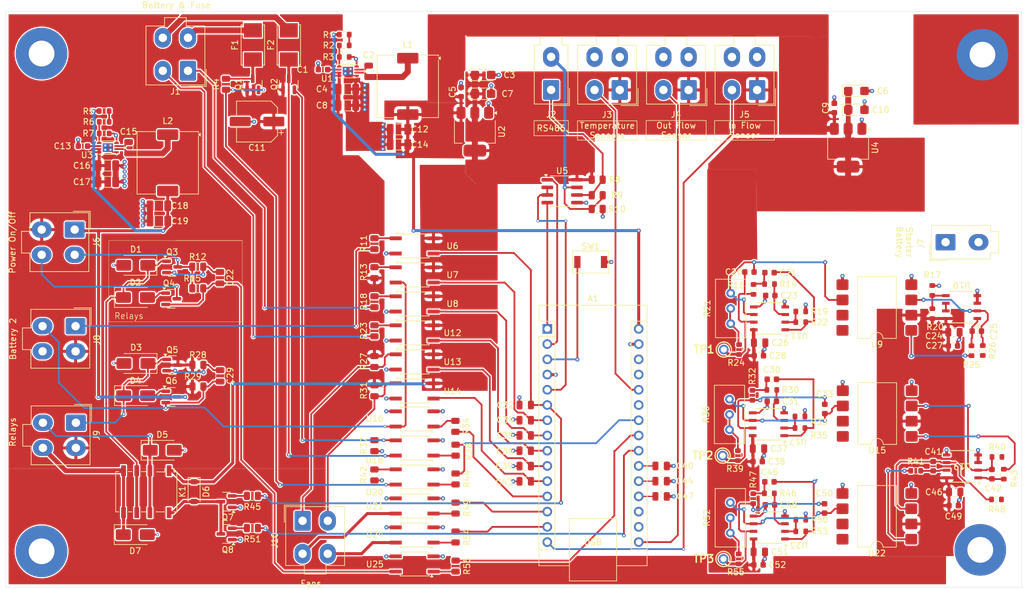
<source format=kicad_pcb>
(kicad_pcb (version 20241229) (generator "pcbnew") (generator_version "9.0")
  (layers (0 "F.Cu" signal) (4 "In1.Cu" power) (6 "In2.Cu" power) (2 "B.Cu" signal) (13 "F.Paste" user) (15 "B.Paste" user) (5 "F.SilkS" user "F.Silkscreen") (7 "B.SilkS" user "B.Silkscreen") (1 "F.Mask" user) (3 "B.Mask" user) (25 "Edge.Cuts" user))
  (net 0 "")
  (net 1 "/Output Flow Sensor")
  (net 2 "GND")
  (net 3 "/Input Flow Sensor")
  (net 4 "/Battery 2 On{slash}Off")
  (net 5 "VIN")
  (net 6 "/Rx")
  (net 7 "/Battery 2 On{slash}Off Switch Sensor")
  (net 8 "VCC_7V")
  (net 9 "/Batteries On")
  (net 10 "/Tx")
  (net 11 "/En")
  (net 12 "VCC_3V3")
  (net 13 "Net-(A1-A7)")
  (net 15 "Net-(A1-~{RESET})")
  (net 20 "/Battery Box Fan2 Control")
  (net 21 "/Battery Box Fan1 Sensor")
  (net 22 "/Battery Box Fan2 Sensor")
  (net 23 "Net-(C18-Pad1)")
  (net 24 "/Battery Box Fan1 Control")
  (net 25 "/Battery Voltage Measurement/Battery 1 Voltage")
  (net 26 "Net-(U7B--)")
  (net 27 "/Battery Voltage Measurement/Battery 2 Voltage")
  (net 28 "Net-(Q2-G)")
  (net 29 "/Battery Voltage Measurement/Starter Battery Voltage")
  (net 30 "Net-(J10-Pin_2)")
  (net 31 "Net-(J10-Pin_1)")
  (net 32 "Net-(Q1-G)")
  (net 33 "Net-(U10A-+)")
  (net 34 "Net-(U7A--)")
  (net 35 "Net-(Q6-B)")
  (net 36 "VCC_3V3A")
  (net 37 "/Battery Voltage Measurement/Battery 1 Vin")
  (net 38 "/Battery Voltage Measurement/Battery 2 Vin")
  (net 39 "/Battery Voltage Measurement/Starter Battery Vin")
  (net 40 "/Solar Charge Battery 2 Relay")
  (net 41 "/Battery 2 Fuse State")
  (net 42 "/Battery 1 Fuse State")
  (net 43 "/Battery Fuse Sensors/Battery 2 Fuse Sensor")
  (net 44 "/Battery Fuse Sensors/Battery 1 Fuse Sensor")
  (net 45 "Net-(U10A--)")
  (net 46 "/Solar Charge Management/Solar Charge Battery 2 Switch Sensor")
  (net 47 "/Solar Charge Management/Solar Charge Battery 2 On")
  (net 48 "/Solar Charge Management/Solar Charge Battery 2 Switch")
  (net 49 "/Battery Management/Battery 1 Relay")
  (net 50 "/Battery Management/Battery 2 Relay")
  (net 51 "/Battery Management/Battery 2 Switch")
  (net 52 "Net-(D5-K)")
  (net 53 "Net-(U11B-+)")
  (net 54 "Net-(U15A-+)")
  (net 55 "Net-(R16-Pad1)")
  (net 58 "/Power Supply Control")
  (net 59 "Net-(U1-V_{CC})")
  (net 60 "Net-(U1-BOOST)")
  (net 61 "Net-(U1-SW)")
  (net 62 "Net-(U6A-+)")
  (net 63 "Net-(C26-Pad1)")
  (net 64 "Net-(C32-Pad1)")
  (net 65 "Net-(D6-A)")
  (net 66 "Net-(Q9-S)")
  (net 67 "Net-(Q8-S)")
  (net 68 "Net-(J9-Pin_3)")
  (net 69 "Net-(J9-Pin_2)")
  (net 70 "Net-(J9-Pin_4)")
  (net 71 "Net-(J9-Pin_1)")
  (net 72 "Net-(Q4-B)")
  (net 73 "Net-(D5-A)")
  (net 74 "Net-(Q8-G)")
  (net 75 "Net-(Q9-G)")
  (net 76 "Net-(R1-Pad1)")
  (net 77 "Net-(U1-Vfb)")
  (net 78 "Net-(R8-Pad2)")
  (net 79 "Net-(U6A--)")
  (net 80 "Net-(R11-Pad2)")
  (net 81 "Net-(U10B--)")
  (net 82 "Net-(R19-Pad1)")
  (net 83 "Net-(U6B--)")
  (net 84 "Net-(R29-Pad1)")
  (net 85 "Net-(R32-Pad2)")
  (net 86 "Net-(R38-Pad1)")
  (net 87 "Net-(U15A--)")
  (net 88 "Net-(R44-Pad1)")
  (net 89 "Net-(R51-Pad2)")
  (net 90 "Net-(R52-Pad2)")
  (net 91 "Net-(R54-Pad2)")
  (net 92 "Net-(R57-Pad1)")
  (net 93 "Net-(R61-Pad2)")
  (net 98 "Net-(U11B--)")
  (net 99 "Net-(Q7-G)")
  (net 100 "Net-(U25-V_{CC})")
  (net 101 "Net-(U25-BOOST)")
  (net 102 "Net-(U25-SW)")
  (net 103 "VCC_4V1")
  (net 104 "Net-(D2-A)")
  (net 105 "Net-(R13-Pad2)")
  (net 106 "Net-(R18-Pad2)")
  (net 107 "Net-(R23-Pad2)")
  (net 108 "Net-(U25-Vfb)")
  (net 109 "/Battery Management/Power On Switch - Vin")
  (net 110 "/Battery Management/Power On Switch - 4V1")
  (net 111 "Net-(R22-Pad2)")
  (net 112 "Net-(U11A--)")
  (net 113 "Net-(U15B--)")
  (net 114 "Net-(R40-Pad1)")
  (net 118 "Net-(C5-Pad1)")
  (net 119 "Net-(C6-Pad1)")
  (net 120 "Net-(C8-Pad1)")
  (net 121 "Net-(C51-Pad1)")
  (net 122 "Net-(C52-Pad1)")
  (net 123 "Net-(C50-Pad1)")
  (footprint "Resistor_SMD:R_0603_1608Metric" (layer "F.Cu") (at 182.4654 121.5142)
    (property "Reference" "R33")
    (property "Value" "10k")
  )
  (footprint "Package_SO:SO-4_4.4x3.6mm_P2.54mm" (layer "F.Cu") (at 118.204379 121.933109 180)
    (property "Reference" "U16")
    (property "Value" "LTV-817S-TA1-C")
  )
  (footprint "MountingHole:MountingHole_4.3mm_M4_Pad" (layer "F.Cu") (at 56 144)
    (property "Reference" "H4" (hide yes))
    (property "Value" "MountingHole_Pad")
  )
  (footprint "Resistor_SMD:R_0603_1608Metric" (layer "F.Cu") (at 174.7266 100.33 90)
    (property "Reference" "R16")
    (property "Value" "150k")
  )
  (footprint "CV_connector:SOIC-8_ONS-L" (layer "F.Cu") (at 209.423 103.2764 180)
    (property "Reference" "U10")
    (property "Value" "LM358DR2G")
  )
  (footprint "Diode_SMD:D_SMA" (layer "F.Cu") (at 71.6557 101.6762)
    (property "Reference" "D2")
    (property "Value" "M7")
  )
  (footprint "Capacitor_SMD:C_0603_1608Metric" (layer "F.Cu") (at 177.3936 97.536)
    (property "Reference" "C21")
    (property "Value" "1uF")
  )
  (footprint "CV_connector:SOIC-8_ONS-L" (layer "F.Cu") (at 177.2086 122.8142 180)
    (property "Reference" "U17")
    (property "Value" "LM358DR2G")
  )
  (footprint "Package_DIP:SMDIP-8_W11.48mm" (layer "F.Cu") (at 195.3006 103.3526 180)
    (property "Reference" "U9")
    (property "Value" "HCNR200-500E")
  )
  (footprint "Diode_SMD:D_SMA" (layer "F.Cu") (at 71.628 141.224)
    (property "Reference" "D7")
    (property "Value" "M7")
  )
  (footprint "Capacitor_SMD:C_0603_1608Metric" (layer "F.Cu") (at 208.1085 136.3876)
    (property "Reference" "C49")
    (property "Value" "1uF")
  )
  (footprint "Resistor_SMD:R_0805_2012Metric" (layer "F.Cu") (at 82.042 100.1522)
    (property "Reference" "R15")
    (property "Value" "47k")
  )
  (footprint "MountingHole:MountingHole_4.3mm_M4_Pad" (layer "F.Cu") (at 56 61)
    (property "Reference" "H1" (hide yes))
    (property "Value" "MountingHole_Pad")
  )
  (footprint "Diode_SMD:D_SMA" (layer "F.Cu") (at 76.1172 127.1524)
    (property "Reference" "D5")
    (property "Value" "M7")
  )
  (footprint "Connector_Molex:Molex_Mini-Fit_Jr_5566-04A_2x02_P4.20mm_Vertical" (layer "F.Cu") (at 61.5176 90.356 -90)
    (property "Reference" "J6")
    (property "Value" "Power On/Off Switch")
  )
  (footprint "CV_connector:SOIC-8_ONS-L" (layer "F.Cu") (at 177.3936 105.156 180)
    (property "Reference" "U11")
    (property "Value" "LM358DR2G")
  )
  (footprint "Connector_Molex:Molex_Mini-Fit_Jr_5566-02A_2x01_P4.20mm_Vertical" (layer "F.Cu") (at 206.7488 92.456 90)
    (property "Reference" "J7")
    (property "Value" "Starter Battery")
  )
  (footprint "Resistor_SMD:R_0603_1608Metric" (layer "F.Cu") (at 182.6041 138.7417)
    (property "Reference" "R50")
    (property "Value" "10k")
  )
  (footprint "Connector_Molex:Molex_Mini-Fit_Jr_5566-04A_2x02_P4.20mm_Vertical" (layer "F.Cu") (at 175.328 67.073395 180)
    (property "Reference" "J5")
    (property "Value" "Input Flow Sensor")
  )
  (footprint "Capacitor_SMD:C_0805_2012Metric" (layer "F.Cu") (at 136.652 124.6886 180)
    (property "Reference" "C35")
    (property "Value" "100nF")
  )
  (footprint "Resistor_SMD:R_0603_1608Metric" (layer "F.Cu") (at 182.4654 123.4492 180)
    (property "Reference" "R35")
    (property "Value" "5k6")
  )
  (footprint "Connector_Molex:Molex_Mini-Fit_Jr_5566-04A_2x02_P4.20mm_Vertical" (layer "F.Cu") (at 99.5254 138.9138)
    (property "Reference" "J10")
    (property "Value" "Fans")
  )
  (footprint "Resistor_SMD:R_0603_1608Metric" (layer "F.Cu") (at 212.95545 110.51955 90)
    (property "Reference" "R26")
    (property "Value" "220k")
  )
  (footprint "Capacitor_SMD:C_1206_3216Metric" (layer "F.Cu") (at 66.8764 82.3966)
    (property "Reference" "C17")
    (property "Value" "10uF")
  )
  (footprint "Resistor_SMD:R_0603_1608Metric" (layer "F.Cu") (at 211.074 110.553 -90)
    (property "Reference" "R25")
    (property "Value" "1k2")
  )
  (footprint "Capacitor_SMD:C_0603_1608Metric" (layer "F.Cu") (at 177.4639 136.2577 180)
    (property "Reference" "C48")
    (property "Value" "1uF")
  )
  (footprint "Capacitor_SMD:C_1206_3216Metric" (layer "F.Cu") (at 66.8746 79.6788)
    (property "Reference" "C16")
    (property "Value" "10uF")
  )
  (footprint "Capacitor_SMD:C_0805_2012Metric" (layer "F.Cu") (at 208.2711 134.1016)
    (property "Reference" "C46")
    (property "Value" "100nF")
  )
  (footprint "Package_TO_SOT_SMD:SOT-223-3_TabPin2" (layer "F.Cu") (at 190.5 76.708 -90)
    (property "Reference" "U4")
    (property "Value" "AMS1117-3.3")
  )
  (footprint "MountingHole:MountingHole_4.3mm_M4_Pad" (layer "F.Cu") (at 212.9028 61.1886)
    (property "Reference" "H2" (hide yes))
    (property "Value" "MountingHole_Pad")
  )
  (footprint "Relay_SMD:Relay_DPDT_Omron_G6K-2F-Y" (layer "F.Cu") (at 73.4664 134.0612 -90)
    (property "Reference" "K1")
    (property "Value" "G6KU-2")
  )
  (footprint "Capacitor_SMD:C_0805_2012Metric" (layer "F.Cu") (at 175.7426 109.22)
    (property "Reference" "C26")
    (property "Value" "100nF")
  )
  (footprint "Connector_Molex:Molex_Mini-Fit_Jr_5566-02A_2x01_P4.20mm_Vertical" (layer "F.Cu") (at 140.97 67.056 180)
    (property "Reference" "J2")
    (property "Value" "RS485")
  )
  (footprint "Resistor_SMD:R_0603_1608Metric" (layer "F.Cu") (at 106.4768 57.8358)
    (property "Reference" "R1")
    (property "Value" "68k")
  )
  (footprint "Resistor_SMD:R_0805_2012Metric" (layer "F.Cu") (at 148.6543 84.6309)
    (property "Reference" "R9")
    (property "Value" "120")
  )
  (footprint "Package_DFN_QFN:DFN-8-1EP_3x2mm_P0.5mm_EP1.75x1.45mm" (layer "F.Cu") (at 67.0524 76.6826)
    (property "Reference" "U3")
    (property "Value" "MCP16311x-xMNY")
  )
  (footprint "Resistor_SMD:R_0805_2012Metric" (layer "F.Cu") (at 111.506 97.536 90)
    (property "Reference" "R13")
    (property "Value" "680")
  )
  (footprint "Package_SO:SO-4_4.4x3.6mm_P2.54mm" (layer "F.Cu") (at 118.204379 93.077745)
    (property "Reference" "U6")
    (property "Value" "LTV-817S-TA1-C")
  )
  (footprint "Fuse:Fuseholder_Littelfuse_Nano2_157x" (layer "F.Cu") (at 97.2312 59.563 90)
    (property "Reference" "F2")
    (property "Value" "Polyfuse")
  )
  (footprint "Connector_Molex:Molex_Mini-Fit_Jr_5566-04A_2x02_P4.20mm_Vertical" (layer "F.Cu") (at 152.4172 67.073395 180)
    (property "Reference" "J3")
    (property "Value" "Temp")
  )
  (footprint "Capacitor_SMD:C_0805_2012Metric" (layer "F.Cu") (at 85.7504 98.3742 -90)
    (property "Reference" "C22")
    (property "Value" "100nF")
  )
  (footprint "Resistor_SMD:R_0603_1608Metric" (layer "F.Cu") (at 215.2396 135.3566 180)
    (property "Reference" "R48")
    (property "Value" "220k")
  )
  (footprint "Package_SO:SO-4_4.4x3.6mm_P2.54mm" (layer "F.Cu") (at 118.204379 141.280018 180)
    (property "Reference" "U24")
    (property "Value" "LTV-817S-TA1-C")
  )
  (footprint "Diode_SMD:D_SOD-123" (layer "F.Cu") (at 81.442 134.0612 -90)
    (property "Reference" "D6")
    (property "Value" "1N418W")
  )
  (footprint "Potentiometer_THT:Potentiometer_Bourns_3296W_Vertical" (layer "F.Cu") (at 170.8571 140.9509 -90)
    (property "Reference" "R52")
    (property "Value" "10k")
  )
  (footprint "Resistor_SMD:R_0805_2012Metric" (layer "F.Cu") (at 82.07065 112.91375)
    (property "Reference" "R28")
    (property "Value" "1M")
  )
  (footprint "Resistor_SMD:R_0603_1608Metric" (layer "F.Cu") (at 201.7776 130.5814 180)
    (property "Reference" "R41")
    (property "Value" "1k2")
  )
  (footprint "Resistor_SMD:R_0603_1608Metric" (layer "F.Cu") (at 66.4446 72.389 180)
    (property "Reference" "R6")
    (property "Value" "10k")
  )
  (footprint "Resistor_SMD:R_0603_1608Metric" (layer "F.Cu") (at 215.32215 128.27 180)
    (property "Reference" "R40")
    (property "Value" "220k")
  )
  (footprint "Resistor_SMD:R_0805_2012Metric" (layer "F.Cu") (at 125.037379 141.619045 -90)
    (property "Reference" "R54")
    (property "Value" "150")
  )
  (footprint "Capacitor_SMD:C_1206_3216Metric" (layer "F.Cu") (at 75.5614 86.3844 180)
    (property "Reference" "C18")
    (property "Value" "10uF")
  )
  (footprint "Package_TO_SOT_SMD:SOT-23" (layer "F.Cu") (at 77.80345 112.95045)
    (property "Reference" "Q5")
    (property "Value" "Q_PMOS_DGS")
  )
  (footprint "Resistor_SMD:R_0603_1608Metric" (layer "F.Cu") (at 174.5284 117.9922 90)
    (property "Reference" "R32")
    (property "Value" "150k")
  )
  (footprint "Resistor_SMD:R_0603_1608Metric" (layer "F.Cu") (at 204.5208 100.5078 90)
    (property "Reference" "R17")
    (property "Value" "10k")
  )
  (footprint "Capacitor_SMD:C_0805_2012Metric" (layer "F.Cu") (at 110.5408 63.9572 -90)
    (property "Reference" "C2")
    (property "Value" "100nF")
  )
  (footprint "Resistor_SMD:R_0805_2012Metric" (layer "F.Cu") (at 111.506 102.3874 -90)
    (property "Reference" "R18")
    (property "Value" "680")
  )
  (footprint "Package_SO:SO-4_4.4x3.6mm_P2.54mm" (layer "F.Cu") (at 118.204379 102.7512)
    (property "Reference" "U8")
    (property "Value" "LTV-817S-TA1-C")
  )
  (footprint "Capacitor_SMD:C_0603_1608Metric" (layer "F.Cu") (at 186.6138 120.269 -90)
    (property "Reference" "C33")
    (property "Value" "C_Small")
  )
  (footprint "Capacitor_SMD:C_0603_1608Metric" (layer "F.Cu") (at 207.9853 109.754)
    (property "Reference" "C27")
    (property "Value" "1uF")
  )
  (footprint "Capacitor_SMD:C_0805_2012Metric" (layer "F.Cu") (at 70.5086 76.707 -90)
    (property "Reference" "C15")
    (property "Value" "100nF")
  )
  (footprint "Capacitor_SMD:C_1206_3216Metric" (layer "F.Cu") (at 106.9068 66.929)
    (property "Reference" "C4")
    (property "Value" "10uF")
  )
  (footprint "Capacitor_SMD:C_1206_3216Metric" (layer "F.Cu") (at 75.5614 88.9244 180)
    (property "Reference" "C19")
    (property "Value" "10uF")
  )
  (footprint "Connector_Molex:Molex_Mini-Fit_Jr_5566-04A_2x02_P4.20mm_Vertical" (layer "F.Cu") (at 80.4164 63.8692 180)
    (property "Reference" "J1")
    (property "Value" "Battery & Fuse")
  )
  (footprint "Resistor_SMD:R_0603_1608Metric" (layer "F.Cu") (at 182.6006 105.791 180)
    (property "Reference" "R22")
    (property "Value" "5k6")
  )
  (footprint "CV_connector:5000" (layer "F.Cu") (at 169.7736 110.363 180)
    (property "Reference" "TP1")
    (property "Value" "TestPoint" (hide yes))
  )
  (footprint "Capacitor_SMD:C_0805_2012Metric" (layer "F.Cu") (at 175.5494 126.8782)
    (property "Reference" "C37")
    (property "Value" "100nF")
  )
  (footprint "Package_DFN_QFN:DFN-8-1EP_3x2mm_P0.5mm_EP1.75x1.45mm" (layer "F.Cu") (at 107.0846 63.9328)
    (property "Reference" "U1")
    (property "Value" "MCP16311x-xMNY")
  )
  (footprint "Module:Arduino_Nano" (layer "F.Cu") (at 140.335 106.9086)
    (property "Reference" "A1")
    (property "Value" "Arduino_Nano_ESP32")
  )
  (footprint "Diode_SMD:D_SMA" (layer "F.Cu") (at 71.7065 96.3129 180)
    (property "Reference" "D1")
    (property "Value" "M7")
  )
  (footprint "Capacitor_SMD:C_0805_2012Metric" (layer "F.Cu") (at 136.652 132.334 180)
    (property "Reference" "C43")
    (property "Value" "100nF")
  )
  (footprint "Connector_Molex:Molex_Mini-Fit_Jr_5566-04A_2x02_P4.20mm_Vertical" (layer "F.Cu") (at 61.7208 122.5632 -90)
    (property "Reference" "J9")
    (property "Value" "Relays")
  )
  (footprint "Inductor_SMD:L_Coilcraft_MSS1038-XXX" (layer "F.Cu") (at 117.0704 66.4728 -90)
    (property "Reference" "L1")
    (property "Value" "33uH")
  )
  (footprint "Package_SO:SO-4_4.4x3.6mm_P2.54mm" (layer "F.Cu") (at 118.204379 126.769836 180)
    (property "Reference" "U18")
    (property "Value" "LTV-817S-TA1-C")
  )
  (footprint "Package_SO:SOIC-8_3.9x4.9mm_P1.27mm" (layer "F.Cu") (at 142.81 83.9523)
    (property "Reference" "U5")
    (property "Value" "MAX487E")
  )
  (footprint "Resistor_SMD:R_0805_2012Metric" (layer "F.Cu") (at 82.042 96.5454)
    (property "Reference" "R12")
    (property "Value" "1M")
  )
  (footprint "Resistor_SMD:R_0603_1608Metric" (layer "F.Cu") (at 177.3697 134.3397)
    (property "Reference" "R46")
    (property "Value" "150k")
  )
  (footprint "Resistor_SMD:R_0603_1608Metric" (layer "F.Cu") (at 172.2569 145.2781 -90)
    (property "Reference" "R55")
    (property "Value" "22k")
  )
  (footprint "Resistor_SMD:R_0603_1608Metric" (layer "F.Cu") (at 172.3136 110.363 -90)
    (property "Reference" "R24")
    (property "Value" "22k")
  )
  (footprint "Resistor_SMD:R_0805_2012Metric" (layer "F.Cu") (at 111.506 92.71 -90)
    (property "Reference" "R11")
    (property "Value" "680")
  )
  (footprint "Capacitor_Tantalum_SMD:CP_EIA-3216-18_Kemet-A" (layer "F.Cu") (at 129.6225 64.5647)
    (property "Reference" "C3")
    (property "Value" "10uF")
  )
  (footprint "Potentiometer_THT:Potentiometer_Bourns_3296W_Vertical" (layer "F.Cu") (at 170.9166 106.045 -90)
    (property "Reference" "R21")
    (property "Value" "10k")
  )
  (footprint "Package_TO_SOT_SMD:SOT-23" (layer "F.Cu") (at 77.6224 101.8946)
    (property "Reference" "Q4")
    (property "Value" "Q_PMOS_DGS")
  )
  (footprint "Resistor_SMD:R_0805_2012Metric" (layer "F.Cu") (at 111.506 117.231245 -90)
    (property "Reference" "R31")
    (property "Value" "47k")
  )
  (footprint "Capacitor_SMD:C_0603_1608Metric" (layer "F.Cu") (at 125.9516 67.4057 90)
    (property "Reference" "C5")
    (property "Value" "1uF")
  )
  (footprint "Capacitor_SMD:C_0603_1608Metric" (layer "F.Cu") (at 62.8886 76.4276 180)
    (property "Reference" "C13")
    (property "Value" "1uF")
  )
  (footprint "Capacitor_SMD:C_0603_1608Metric" (layer "F.Cu") (at 177.5206 101.346 180)
    (property "Reference" "C23")
    (property "Value" "1uF")
  )
  (footprint "MountingHole:MountingHole_4.3mm_M4_Pad" (layer "F.Cu") (at 212.5388 143.764 180)
    (property "Reference" "H3" (hide yes))
    (property "Value" "MountingHole_Pad")
  )
  (footprint "Capacitor_SMD:C_0603_1608Metric" (layer "F.Cu") (at 177.7746 118.999 180)
    (property "Reference" "C31")
    (property "Value" "1uF")
  )
  (footprint "Resistor_SMD:R_0805_2012Metric" (layer "F.Cu") (at 125.013249 123.165749 90)
    (property "Reference" "R34")
    (property "Value" "150")
  )
  (footprint "Capacitor_SMD:C_0603_1608Metric" (layer "F.Cu") (at 175.4174 129.0372)
    (property "Reference" "C38")
    (property "Value" "1uF")
  )
  (footprint "Resistor_SMD:R_0603_1608Metric" (layer "F.Cu") (at 204.5462 104.3686 90)
    (property "Reference" "R20")
    (property "Value" "10k")
  )
  (footprint "Package_SO:SO-4_4.4x3.6mm_P2.54mm" (layer "F.Cu") (at 118.204379 97.914472)
    (property "Reference" "U7")
    (property "Value" "LTV-817S-TA1-C")
  )
  (footprint "Package_TO_SOT_SMD:SOT-23" (layer "F.Cu") (at 86.841022 141.1072 180)
    (property "Reference" "Q8")
    (property "Value" "MMBT2222A")
  )
  (footprint "Diode_SMD:D_SMA" (layer "F.Cu") (at 71.68435 118.04455)
    (property "Reference" "D4")
    (property "Value" "M7")
  )
  (footprint "Capacitor_SMD:C_0603_1608Metric" (layer "F.Cu") (at 204.67955 129.8194 90)
    (property "Reference" "C41")
    (property "Value" "C_Small")
  )
  (footprint "Capacitor_SMD:C_0603_1608Metric" (layer "F.Cu") (at 177.7746 115.316)
    (property "Reference" "C30")
    (property "Value" "1uF")
  )
  (footprint "Resistor_SMD:R_0805_2012Metric" (layer "F.Cu") (at 125.037379 131.939745 -90)
    (property "Reference" "R44")
    (property "Value" "150")
  )
  (footprint "Capacitor_SMD:C_1206_3216Metric" (layer "F.Cu") (at 115.5936 73.6346 180)
    (property "Reference" "C12")
    (property "Value" "10uF")
  )
  (footprint "Capacitor_SMD:C_0603_1608Metric" (layer "F.Cu") (at 102.9208 63.6778 180)
    (property "Reference" "C1")
    (property "Value" "1uF")
  )
  (footprint "Capacitor_SMD:C_0603_1608Metric" (layer "F.Cu") (at 177.3829 132.4217)
    (property "Reference" "C45")
    (property "Value" "1uF")
  )
  (footprint "Resistor_SMD:R_0805_2012Metric" (layer "F.Cu") (at 111.506 131.2672 -90)
    (property "Reference" "R42")
    (property "Value" "47k")
  )
  (footprint "Resistor_SMD:R_0603_1608Metric" (layer "F.Cu") (at 177.7746 117.094)
    (property "Reference" "R30")
    (property "Value" "150k")
  )
  (footprint "Package_SO:SO-4_4.4x3.6mm_P2.54mm" (layer "F.Cu") (at 118.204379 117.261381)
    (property "Reference" "U14")
    (property "Value" "LTV-817S-TA1-C")
  )
  (footprint "Connector_Molex:Molex_Mini-Fit_Jr_5566-04A_2x02_P4.20mm_Vertical" (layer "F.Cu") (at 163.898 67.073395 180)
    (property "Reference" "J4")
    (property "Value" "Output Flow Sensor")
  )
  (footprint "Capacitor_SMD:CP_Elec_6.3x5.9" (layer "F.Cu") (at 91.9226 72.3392 180)
    (property "Reference" "C11")
    (property "Value" "220uF")
  )
  (footprint "Resistor_SMD:R_0805_2012Metric" (layer "F.Cu") (at 125.037379 127.141045 -90)
    (property "Reference" "R38")
    (property "Value" "150")
  )
  (footprint "Resistor_SMD:R_0805_2012Metric" (layer "F.Cu") (at 86.7429 66.1162 -90)
    (property "Reference" "R4")
    (property "Value" "47k")
  )
  (footprint "Potentiometer_THT:Potentiometer_Bourns_3296W_Vertical" (layer "F.Cu") (at 170.7184 123.7234 -90)
    (property "Reference" "R36")
    (property "Value" "10k")
  )
  (footprint "Package_TO_SOT_SMD:SOT-23" (layer "F.Cu") (at 86.837222 135.719556 180)
    (property "Reference" "Q7")
    (property "Value" "MMBT2222A")
  )
  (footprint "Capacitor_SMD:C_0805_2012Metric" (layer "F.Cu") (at 159.3144 132.3086)
    (property "Reference" "C44")
    (property "Value" "100nF")
  )
  (footprint "Diode_SMD:D_SMA" (layer "F.Cu") (at 71.73515 112.68125 180)
    (property "Reference" "D3")
    (property "Value" "M7")
  )
  (footprint "Package_SO:SO-4_4.4x3.6mm_P2.54mm" (layer "F.Cu") (at 118.204379 146.116745 180)
    (property "Reference" "U25")
    (property "Value" "LTV-817S-TA1-C")
  )
  (footprint "Package_DIP:SMDIP-8_W11.48mm" (layer "F.Cu") (at 195.3514 121.031 180)
    (property "Reference" "U15")
    (property "Value" "HCNR200-500E")
  )
  (footprint "Capacitor_SMD:C_0603_1608Metric" (layer "F.Cu") (at 211.96485 107.28155)
    (property "Reference" "C25")
    (property "Value" "C_Small")
  )
  (footprint "Resistor_SMD:R_0603_1608Metric" (layer "F.Cu") (at 106.4768 61.5696)
    (property "Reference" "R3")
    (property "Value" "10k")
  )
  (footprint "Resistor_SMD:R_0603_1608Metric" (layer "F.Cu") (at 66.4446 74.3194)
    (property "Reference" "R7")
    (property "Value" "10k")
  )
  (footprint "Package_SO:SO-4_4.4x3.6mm_P2.54mm" (layer "F.Cu") (at 118.204379 112.424654)
    (property "Reference" "U13")
    (property "Value" "LTV-817S-TA1-C")
  )
  (footprint "Capacitor_SMD:C_0603_1608Metric" (layer "F.Cu") (at 214.48395 131.1402 90)
    (property "Reference" "C42")
    (property "Value" "C_Small")
  )
  (footprint "Capacitor_SMD:C_0603_1608Metric" (layer "F.Cu") (at 186.563 136.8552 -90)
    (property "Reference" "C50")
    (property "Value" "C_Small")
  )
  (footprint "Package_SO:SO-4_4.4x3.6mm_P2.54mm" (layer "F.Cu") (at 118.204379 131.606563 180)
    (property "Reference" "U20")
    (property "Value" "LTV-817S-TA1-C")
  )
  (footprint "Resistor_SMD:R_0805_2012Metric" (layer "F.Cu") (at 91.151422 134.754356 180)
    (property "Reference" "R45")
    (property "Value" "150")
  )
  (footprint "Resistor_SMD:R_0805_2012Metric" (layer "F.Cu") (at 111.506 112.358245 -90)
    (property "Reference" "R27")
    (property "Value" "47k")
  )
  (footprint "Capacitor_SMD:C_1206_3216Metric" (layer "F.Cu") (at 115.5936 76.1746 180)
    (property "Reference" "C14")
    (property "Value" "10uF")
  )
  (footprint "Package_TO_SOT_SMD:SOT-23" (layer "F.Cu") (at 77.65105 118.26295)
    (property "Reference" "Q6")
    (property "Value" "Q_PMOS_DGS")
  )
  (footprint "Resistor_SMD:R_0603_1608Metric" (layer "F.Cu") (at 66.4446 70.5856)
    (property "Reference" "R5")
    (property "Value" "68k")
  )
  (footprint "Resistor_SMD:R_0805_2012Metric" (layer "F.Cu") (at 82.07065 116.52055)
    (property "Reference" "R29")
    (property "Value" "47k")
  )
  (footprint "Package_SO:SO-4_4.4x3.6mm_P2.54mm" (layer "F.Cu") (at 118.204379 136.44329 180)
    (property "Reference" "U21")
    (property "Value" "LTV-817S-TA1-C")
  )
  (footprint "Capacitor_SMD:C_0805_2012Metric" (layer "F.Cu") (at 159.3144 129.7686)
    (property "Reference" "C40")
    (property "Value" "100nF")
  )
  (footprint "Connector_Molex:Molex_Mini-Fit_Jr_5566-04A_2x02_P4.20mm_Vertical" (layer "F.Cu") (at 61.67 106.4596 -90)
    (property "Reference" "J8")
    (property "Value" "Battery 2")
  )
  (footprint "Package_TO_SOT_SMD:SOT-223-3_TabPin2" (layer "F.Cu") (at 128.2509 74.0351 -90)
    (property "Reference" "U2")
    (property "Value" "AMS1117-3.3")
  )
  (footprint "Resistor_SMD:R_0805_2012Metric" (layer "F.Cu") (at 111.506 126.3904 -90)
    (property "Reference" "R37")
    (property "Value" "47k")
  )
  (footprint "Package_TO_SOT_SMD:SOT-23" (layer "F.Cu") (at 97.2171 66.1162 90)
    (property "Reference" "Q2")
    (property "Value" "Q_PMOS_DGS")
  )
  (footprint "Capacitor_SMD:C_0603_1608Metric" (layer "F.Cu") (at 188.2007 70.0786 90)
    (property "Reference" "C9")
    (property "Value" "1uF")
  )
  (footprint "Capacitor_SMD:C_0805_2012Metric" (layer "F.Cu") (at 136.652 129.794 180)
    (property "Reference" "C39")
    (property "Value" "100nF")
  )
  (footprint "Capacitor_SMD:C_0603_1608Metric" (layer "F.Cu") (at 174.0448 97.4311)
    (property "Reference" "C20")
    (property "Value" "C_Small")
  )
  (footprint "Resistor_SMD:R_0603_1608Metric" (layer "F.Cu") (at 216.46515 131.1402 90)
    (property "Reference" "R43")
    (property "Value" "1k2")
  )
  (footprint "Capacitor_SMD:C_1206_3216Metric" (layer "F.Cu") (at 106.9086 69.6468)
    (property "Reference" "C8")
    (property "Value" "10uF")
  )
  (footprint "Resistor_SMD:R_0805_2012Metric" (layer "F.Cu") (at 125.037379 136.793045 -90)
    (property "Reference" "R49")
    (property "Value" "150")
  )
  (footprint "Capacitor_SMD:C_0805_2012Metric" (layer "F.Cu") (at 136.652 127.2286 180)
    (property "Reference" "C36")
    (property "Value" "100nF")
  )
  (footprint "Capacitor_SMD:C_0603_1608Metric" (layer "F.Cu") (at 175.6156 111.379)
    (property "Reference" "C28")
    (property "Value" "1uF")
  )
  (footprint "Fuse:Fuseholder_Littelfuse_Nano2_157x" (layer "F.Cu") (at 91.2368 59.563 90)
    (property "Reference" "F1")
    (property "Value" "Polyfuse")
  )
  (footprint "Package_SO:SO-4_4.4x3.6mm_P2.54mm" (layer "F.Cu") (at 118.204379 107.587927)
    (property "Reference" "U12")
    (property "Value" "LTV-817S-TA1-C")
  )
  (footprint "Resistor_SMD:R_0805_2012Metric" (layer "F.Cu") (at 111.506 107.2388 -90)
    (property "Reference" "R23")
    (property "Value" "680")
  )
  (footprint "Resistor_SMD:R_0805_2012Metric" (layer "F.Cu") (at 125.037379 146.470445 -90)
    (property "Reference" "R56")
    (property "Value" "150")
  )
  (footprint "Resistor_SMD:R_0603_1608Metric" (layer "F.Cu") (at 177.3936 99.441)
    (property "Reference" "R14")
    (property "Value" "150k")
  )
  (footprint "Capacitor_Tantalum_SMD:CP_EIA-3216-18_Kemet-A" (layer "F.Cu") (at 191.8716 70.3876)
    (property "Reference" "C10")
    (property "Value" "10uF")
  )
  (footprint "Capacitor_SMD:C_0603_1608Metric" (layer "F.Cu") (at 175.5561 146.2647)
    (property "Reference" "C52")
    (property "Value" "1uF")
  )
  (footprint "Capacitor_SMD:C_0805_2012Metric" (layer "F.Cu") (at 175.6881 144.1057)
    (property "Reference" "C51")
    (property "Value" "100nF")
  )
  (footprint "Resistor_SMD:R_0603_1608Metric" (layer "F.Cu") (at 172.1182 128.0506 -90)
    (property "Reference" "R39")
    (property "Value" "22k")
  )
  (footprint "Resistor_SMD:R_0603_1608Metric" (layer "F.Cu") (at 182.6041 140.6767 180)
    (property "Reference" "R53")
    (property "Value" "5k6")
  )
  (footprint "CV_connector:5000" (layer "F.Cu") (at 169.5782 128.0506 180)
    (property "Reference" "TP2")
    (property "Value" "TestPoint" (hide yes))
  )
  (footprint "Resistor_SMD:R_0805_2012Metric" (layer "F.Cu") (at 91.155222 140.139156 180)
    (property "Reference" "R51")
    (property "Value" "150")
  )
  (footprint "CV_connector:SW_SPST_JLC" (layer "F.Cu") (at 147.574 95.758)
    (property "Reference" "SW1")
    (property "Value" "SW_Push")
  )
  (footprint "Resistor_SMD:R_0603_1608Metric" (layer "F.Cu") (at 174.6671 135.2197 90)
    (property "Reference" "R47")
    (property "Value" "150k")
  )
  (footprint "Capacitor_SMD:C_0805_2012Metric" (layer "F.Cu") (at 136.652 122.1486 180)
    (property "Reference" "C34")
    (property "Value" "100nF")
  )
  (footprint "CV_connector:SOIC-8_ONS-L" (layer "F.Cu") (at 177.3473 140.0417 180)
    (property "Reference" "U23")
    (property "Value" "LM358DR2G")
  )
  (footprint "Resistor_SMD:R_0805_2012Metric" (layer "F.Cu") (at 148.6543 86.9169)
    (property "Reference" "R10")
    (property "Value" "931")
  )
  (footprint "Inductor_SMD:L_Coilcraft_MSS1038-XXX" (layer "F.Cu") (at 77.0382 79.2226 -90)
    (property "Reference" "L2")
    (property "Value" "18uH")
  )
  (footprint "Capacitor_SMD:C_0805_2012Metric" (layer "F.Cu") (at 136.652 119.6086 180)
    (property "Reference" "C32")
    (property "Value" "100nF")
  )
  (footprint "Resistor_SMD:R_0603_1608Metric" (layer "F.Cu") (at 182.6006 104.013)
    (property "Reference" "R19")
    (property "Value" "10k")
  )
  (footprint "Capacitor_Tantalum_SMD:CP_EIA-3216-18_Kemet-A" (layer "F.Cu") (at 191.8716 67.2376)
    (property "Reference" "C6")
    (property "Value" "10uF")
  )
  (footprint "CV_connector:SOIC-8_ONS-L" (layer "F.Cu") (at 209.55635 129.8448 180)
    (property "Reference" "U19")
    (property "Value" "LM358DR2G")
  )
  (footprint "Resistor_SMD:R_0805_2012Metric" (layer "F.Cu") (at 148.6543 82.0401)
    (property "Reference" "R8")
    (property "Value" "931")
  )
  (footprint "Capacitor_SMD:C_0805_2012Metric" (layer "F.Cu") (at 159.3144 134.8486)
    (property "Reference" "C47")
    (property "Value" "100nF")
  )
  (footprint "CV_connector:5000" (layer "F.Cu") (at 169.7169 145.2781 180)
    (property "Reference" "TP3")
    (property "Value" "TestPoint" (hide yes))
  )
  (footprint "Capacitor_SMD:C_0805_2012Metric" (layer "F.Cu") (at 85.77905 114.74255 -90)
    (property "Reference" "C29")
    (property "Value" "100nF")
  )
  (footprint "Package_TO_SOT_SMD:SOT-23" (layer "F.Cu") (at 91.2227 66.1162 90)
    (property "Reference" "Q1")
    (property "Value" "Q_PMOS_DGS")
  )
  (footprint "Capacitor_Tantalum_SMD:CP_EIA-3216-18_Kemet-A" (layer "F.Cu") (at 129.6225 67.7147)
    (property "Reference" "C7")
    (property "Value" "10uF")
  )
  (footprint "Resistor_SMD:R_0603_1608Metric" (layer "F.Cu") (at 106.4768 59.6392 180)
    (property "Reference" "R2")
    (property "Value" "10k")
  )
  (footprint "Package_DIP:SMDIP-8_W11.48mm" (layer "F.Cu") (at 195.3006 138.176 180)
    (property "Reference" "U22")
    (property "Value" "HCNR200-500E")
  )
  (footprint "Capacitor_SMD:C_0805_2012Metric" (layer "F.Cu") (at 208.14795 107.468)
    (property "Reference" "C24")
    (property "Value" "100nF")
  )
  (footprint "Package_TO_SOT_SMD:SOT-23" (layer "F.Cu") (at 77.7748 96.5821)
    (property "Reference" "Q3")
    (property "Value" "Q_PMOS_DGS")
  )
  (gr_rect (start 78.3336 92.1766) (end 89.4588 92.1766) (stroke (width 0.05)) (fill no) (layer "F.SilkS"))
  (gr_rect (start 67.2084 92.1766) (end 89.4588 105.7402) (stroke (width 0.05)) (fill no) (layer "F.SilkS"))
  (gr_rect (start 50 53.9586) (end 219.464 150) (stroke (width 0.05)) (fill no) (layer "Edge.Cuts"))
  (gr_text "Relays" (at 51.7652 126.6444 90) (layer "F.SilkS") (effects (font (size 1 1)) (justify left bottom)))
  (gr_text "Fans" (at 99.0854 149.9616 0) (layer "F.SilkS") (effects (font (size 1 1)) (justify left bottom)))
  (gr_text "Battery 2" (at 51.816 112.184601 90) (layer "F.SilkS") (effects (font (size 1 1)) (justify left bottom)))
  (gr_text "Battery & Fuse" (at 72.644 53.5178 0) (layer "F.SilkS") (effects (font (size 1 1) (thickness 0.15) (bold yes)) (justify left bottom)))
  (gr_text "Power On/Off" (at 51.7144 97.771477 90) (layer "F.SilkS") (effects (font (size 1 1)) (justify left bottom)))
  (gr_text "Relays" (at 68.072 105.3338 0) (layer "F.SilkS") (effects (font (size 1 1) (thickness 0.1)) (justify left bottom)))
  (gr_text_box "In Flow Sensor" (start 168.2242 72.1868) (end 178.2064 75.438) (margins 1.0025 1.0025 1.0025 1.0025) (layer "F.SilkS") (effects (font (size 1 1))) (border yes) (stroke (width 0.1)))
  (gr_text_box "RS485" (start 138.1252 72.1868) (end 143.8402 74.7014) (margins 1.0025 1.0025 1.0025 1.0025) (layer "F.SilkS") (effects (font (size 1 1))) (border yes) (stroke (width 0.1)))
  (gr_text_box "Out Flow Sensor" (start 156.8196 72.1614) (end 166.8272 75.438) (margins 1.0025 1.0025 1.0025 1.0025) (layer "F.SilkS") (effects (font (size 1 1))) (border yes) (stroke (width 0.1)))
  (gr_text_box "Temperature Sensors" (start 145.3642 72.2122) (end 155.2956 75.438) (margins 1.0025 1.0025 1.0025 1.0025) (layer "F.SilkS") (effects (font (size 1 1))) (border yes) (stroke (width 0.1)))
  (gr_text_box "Starter Battery" (start 201.381395 89.2556) (end 198.384195 95.6564) (margins 1.0025 1.0025 1.0025 1.0025) (angle 270) (layer "F.SilkS") (effects (font (size 1 1))) (border no))
  (segment (start 159.698 67.073395) (end 162.11 69.485395) (width 0.3) (layer "F.Cu") (net 1))
  (segment (start 162.11 141.293) (end 160.909 142.494) (width 0.3) (layer "F.Cu") (net 1))
  (segment (start 160.909 142.494) (end 160.8836 142.4686) (width 0.3) (layer "F.Cu") (net 1))
  (segment (start 162.11 69.485395) (end 162.11 141.293) (width 0.3) (layer "F.Cu") (net 1))
  (segment (start 160.8836 142.4686) (end 155.575 142.4686) (width 0.3) (layer "F.Cu") (net 1))
  (segment (start 68.0212 112.6404) (end 69.6943 112.6404) (width 0.3) (layer "F.Cu") (net 2))
  (segment (start 176.3311 145.5473) (end 176.6381 145.2403) (width 0.5) (layer "F.Cu") (net 2))
  (segment (start 121.363834 144.8562) (end 121.354379 144.846745) (width 0.3) (layer "F.Cu") (net 2))
  (segment (start 62.1136 75.3732) (end 62.1012 75.3608) (width 0.2) (layer "F.Cu") (net 2))
  (segment (start 115.037179 104.0384) (end 115.054379 104.0212) (width 0.3) (layer "F.Cu") (net 2))
  (segment (start 179.8144 120.89245) (end 179.83115 120.9092) (width 0.5) (layer "F.Cu") (net 2))
  (segment (start 208.7603 109.754) (end 208.7603 108.997) (width 0.5) (layer "F.Cu") (net 2))
  (segment (start 192.786 71.962) (end 192.786 72.009) (width 0.5) (layer "F.Cu") (net 2))
  (segment (start 176.6765 137.2771) (end 176.6765 136.2701) (width 0.5) (layer "F.Cu") (net 2))
  (segment (start 212.1789 127.9398) (end 212.1789 127.1397) (width 0.5) (layer "F.Cu") (net 2))
  (segment (start 188.2007 68.3006) (end 188.2007 69.3036) (width 0.5) (layer "F.Cu") (net 2))
  (segment (start 108.3818 69.645) (end 108.3836 69.6468) (width 1) (layer "F.Cu") (net 2))
  (segment (start 75.3364 141.224) (end 73.628 141.224) (width 0.3) (layer "F.Cu") (net 2))
  (segment (start 201.0156 134.341) (end 201.0406 134.366) (width 0.5) (layer "F.Cu") (net 2))
  (segment (start 107.8346 64.6828) (end 107.1231 63.9713) (width 0.2) (layer "F.Cu") (net 2))
  (segment (start 121.367488 120.65) (end 121.354379 120.663109) (width 0.3) (layer "F.Cu") (net 2))
  (segment (start 174.72475 138.1367) (end 175.8169 138.1367) (width 0.3) (layer "F.Cu") (net 2))
  (segment (start 208.8835 135.6167) (end 208.8835 136.3876) (width 0.5) (layer "F.Cu") (net 2))
  (segment (start 125.9395 65.9001) (end 125.9395 66.9168) (width 0.5) (layer "F.Cu") (net 2))
  (segment (start 209.2211 135.2791) (end 208.8835 135.6167) (width 0.5) (layer "F.Cu") (net 2))
  (segment (start 115.048869 135.1788) (end 115.054379 135.17329) (width 0.3) (layer "F.Cu") (net 2))
  (segment (start 114.1186 73.6346) (end 114.1186 76.1746) (width 1) (layer "F.Cu") (net 2))
  (segment (start 206.9338 127.9398) (end 206.9338 127.1524) (width 0.5) (layer "F.Cu") (net 2))
  (segment (start 132.2387 64.5647) (end 130.975 64.5647) (width 0.5) (layer "F.Cu") (net 2))
  (segment (start 155.5496 109.474) (end 155.575 109.4486) (width 0.5) (layer "F.Cu") (net 2))
  (segment (start 89.123222 136.684756) (end 87.789922 136.684756) (width 0.3) (layer "F.Cu") (net 2))
  (segment (start 189.5856 115.7732) (end 189.5856 117.1444) (width 0.5) (layer "F.Cu") (net 2))
  (segment (start 176.6381 145.2403) (end 176.6381 144.1057) (width 0.5) (layer "F.Cu") (net 2))
  (segment (start 212.04555 102.6414) (end 212.04555 101.3714) (width 0.5) (layer "F.Cu") (net 2))
  (segment (start 113.4872 120.65) (end 115.04127 120.65) (width 0.3) (layer "F.Cu") (net 2))
  (segment (start 183.2942 120.4814) (end 183.2942 121.485) (width 0.5) (layer "F.Cu") (net 2))
  (segment (start 108.5346 64.6828) (end 107.8346 64.6828) (width 0.2) (layer "F.Cu") (net 2))
  (segment (start 112.776 127.3048) (end 111.5079 127.3048) (width 0.3) (layer "F.Cu") (net 2))
  (segment (start 189.5856 134.341) (end 189.5606 134.366) (width 0.5) (layer "F.Cu") (net 2))
  (segment (start 122.9106 140.0048) (end 121.359597 140.0048) (width 0.3) (layer "F.Cu") (net 2))
  (segment (start 189.5602 99.5422) (end 189.5606 99.5426) (width 0.5) (layer "F.Cu") (net 2))
  (segment (start 193.2432 70.3685) (end 193.2241 70.3876) (width 0.5) (layer "F.Cu") (net 2))
  (segment (start 115.045989 118.522991) (end 115.054379 118.531381) (width 0.3) (layer "F.Cu") (net 2))
  (segment (start 145.3051 85.8774) (end 145.285 85.8573) (width 0.3) (layer "F.Cu") (net 2))
  (segment (start 149.5806 86.9307) (end 149.5668 86.9169) (width 0.3) (layer "F.Cu") (net 2))
  (segment (start 204.5584 99.7204) (end 204.5208 99.6828) (width 0.3) (layer "F.Cu") (net 2))
  (segment (start 115.047906 108.8644) (end 115.054379 108.857927) (width 0.3) (layer "F.Cu") (net 2))
  (segment (start 176.1924 128.3198) (end 176.4994 128.0128) (width 0.5) (layer "F.Cu") (net 2))
  (segment (start 176.4994 128.0128) (end 176.4994 126.8782) (width 0.5) (layer "F.Cu") (net 2))
  (segment (start 68.5024 77.4326) (end 68.5024 77.6718) (width 0.2) (layer "F.Cu") (net 2))
  (segment (start 193.2432 68.9902) (end 193.2432 70.3685) (width 0.5) (layer "F.Cu") (net 2))
  (segment (start 113.4618 94.3356) (end 115.042234 94.3356) (width 0.3) (layer "F.Cu") (net 2))
  (segment (start 125.9395 66.9168) (end 125.9516 66.9289) (width 0.5) (layer "F.Cu") (net 2))
  (segment (start 179.8144 120.1004) (end 179.8144 120.89245) (width 0.5) (layer "F.Cu") (net 2))
  (segment (start 160.2644 132.3086) (end 161.4074 132.3086) (width 0.5) (layer "F.Cu") (net 2))
  (segment (start 122.936 135.1788) (end 121.359889 135.1788) (width 0.3) (layer "F.Cu") (net 2))
  (segment (start 122.9106 120.65) (end 121.367488 120.65) (width 0.3) (layer "F.Cu") (net 2))
  (segment (start 112.7506 132.1816) (end 111.5079 132.1816) (width 0.3) (layer "F.Cu") (net 2))
  (segment (start 67.0909 76.7211) (end 67.0524 76.6826) (width 0.2) (layer "F.Cu") (net 2))
  (segment (start 160.2644 134.8486) (end 161.4074 134.8486) (width 0.5) (layer "F.Cu") (net 2))
  (segment (start 108.5346 62.0018) (end 108.5346 63.1828) (width 0.3) (layer "F.Cu") (net 2))
  (segment (start 68.3496 79.6788) (end 68.3496 82.3948) (width 1) (layer "F.Cu") (net 2))
  (segment (start 205.6638 99.7204) (end 204.5584 99.7204) (width 0.3) (layer "F.Cu") (net 2))
  (segment (start 134.6454 129.794) (end 135.702 129.794) (width 0.3) (layer "F.Cu") (net 2))
  (segment (start 135.6868 118.3386) (end 135.6868 119.5934) (width 0.3) (layer "F.Cu") (net 2))
  (segment (start 212.04435 101.3702) (end 212.04555 101.3714) (width 0.5) (layer "F.Cu") (net 2))
  (segment (start 146.812 85.8774) (end 145.3051 85.8774) (width 0.3) (layer "F.Cu") (net 2))
  (segment (start 176.9514 120.0912) (end 176.4962 120.0912) (width 0.3) (layer "F.Cu") (net 2))
  (segment (start 113.5126 135.1788) (end 115.048869 135.1788) (width 0.3) (layer "F.Cu") (net 2))
  (segment (start 189.5348 117.1444) (end 189.6114 117.221) (width 0.5) (layer "F.Cu") (net 2))
  (segment (start 189.5602 99.2378) (end 189.5856 99.2632) (width 0.5) (layer "F.Cu") (net 2))
  (segment (start 192.786 72.009) (end 192.786 73.544) (width 0.5) (layer "F.Cu") (net 2))
  (segment (start 141.732 114.554) (end 140.3604 114.554) (width 0.5) (layer "F.Cu") (net 2))
  (segment (start 108.4326 61.8998) (end 108.5346 62.0018) (width 0.3) (layer "F.Cu") (net 2))
  (segment (start 175.776 103.1675) (end 176.6356 102.3079) (width 0.3) (layer "F.Cu") (net 2))
  (segment (start 160.2644 129.7686) (end 161.509 129.7686) (width 0.5) (layer "F.Cu") (net 2))
  (segment (start 69.7026 96.3168) (end 69.7065 96.3129) (width 0.3) (layer "F.Cu") (net 2))
  (segment (start 78.1172 127.1524) (end 79.9084 127.1524) (width 0.3) (layer "F.Cu") (net 2))
  (segment (start 102.1458 63.6394) (end 102.1334 63.627) (width 0.2) (layer "F.Cu") (net 2))
  (segment (start 201.0918 115.7478) (end 201.0918 117.2206) (width 0.5) (layer "F.Cu") (net 2))
  (segment (start 212.1789 129.2098) (end 212.1789 127.9398) (width 0.5) (layer "F.Cu") (net 2))
  (segment (start 69.6943 112.6404) (end 69.73515 112.68125) (width 0.3) (layer "F.Cu") (net 2))
  (segment (start 107.1231 63.9713) (end 107.0846 63.9328) (width 0.2) (layer "F.Cu") (net 2))
  (segment (start 91.44 72.3646) (end 89.148 72.3646) (width 0.3) (layer "F.Cu") (net 2))
  (segment (start 179.9122 102.3587) (end 179.9122 103.15075) (width 0.5) (layer "F.Cu") (net 2))
  (segment (start 183.4583 138.7125) (end 183.4291 138.7417) (width 0.5) (layer "F.Cu") (net 2))
  (segment (start 183.4256 102.87) (end 183.4256 104.013) (width 0.5) (layer "F.Cu") (net 2))
  (segment (start 135.6004 124.587) (end 135.702 124.6886) (width 0.3) (layer "F.Cu") (net 2))
  (segment (start 74.0864 86.3844) (end 74.0864 88.9244) (width 1) (layer "F.Cu") (net 2))
  (segment (start 179.9531 138.11995) (end 179.96985 138.1367) (width 0.5) (layer "F.Cu") (net 2))
  (segment (start 140.3604 114.554) (end 140.335 114.5286) (width 0.5) (layer "F.Cu") (net 2))
  (segment (start 113.4872 104.0384) (end 115.037179 104.0384) (width 0.3) (layer "F.Cu") (net 2))
  (segment (start 108.3818 66.929) (end 108.3818 69.645) (width 1) (layer "F.Cu") (net 2))
  (segment (start 115.049161 140.0048) (end 115.054379 140.010018) (width 0.3) (layer "F.Cu") (net 2))
  (segment (start 111.5079 127.3048) (end 111.506 127.3029) (width 0.3) (layer "F.Cu") (net 2))
  (segment (start 176.2902 110.5781) (end 176.5972 110.2711) (width 0.5) (layer "F.Cu") (net 2))
  (segment (start 151.003 95.758) (end 149.799 95.758) (width 0.5) (layer "F.Cu") (net 2))
  (segment (start 122.9106 125.5014) (end 121.355943 125.5014) (width 0.3) (layer "F.Cu") (net 2))
  (segment (start 130.5369 69.2891) (end 130.5369 70.8711) (width 0.5) (layer "F.Cu") (net 2))
  (segment (start 87.789922 136.684756) (end 87.774722 136.669556) (width 0.3) (layer "F.Cu") (net 2))
  (segment (start 176.1924 128.3402) (end 176.1924 128.3198) (width 0.5) (layer "F.Cu") (net 2))
  (segment (start 209.09795 108.65935) (end 209.09795 107.468) (width 0.5) (layer "F.Cu") (net 2))
  (segment (start 201.0156 132.8928) (end 201.0156 134.341) (width 0.5) (layer "F.Cu") (net 2))
  (segment (start 67.8024 77.4326) (end 67.0909 76.7211) (width 0.2) (layer "F.Cu") (net 2))
  (segment (start 113.5126 140.0048) (end 115.049161 140.0048) (width 0.3) (layer "F.Cu") (net 2))
  (segment (start 176.2902 110.5985) (end 176.2902 110.5781) (width 0.5) (layer "F.Cu") (net 2))
  (segment (start 212.04435 100.55675) (end 212.04435 101.3702) (width 0.5) (layer "F.Cu") (net 2))
  (segment (start 177.0074 120.0352) (end 177.0074 119.0048) (width 0.5) (layer "F.Cu") (net 2))
  (segment (start 130.5369 70.8711) (end 130.5509 70.8851) (width 0.5) (layer "F.Cu") (net 2))
  (segment (start 122.9106 144.8562) (end 121.363834 144.8562) (width 0.3) (layer "F.Cu") (net 2))
  (segment (start 176.3311 145.5677) (end 176.3311 145.5473) (width 0.5) (layer "F.Cu") (net 2))
  (segment (start 108.5346 64.6828) (end 108.5346 64.922) (width 0.2) (layer "F.Cu") (net 2))
  (segment (start 107.3018 61.5696) (end 108.1024 61.5696) (width 0.3) (layer "F.Cu") (net 2))
  (segment (start 111.5079 132.1816) (end 111.506 132.1797) (width 0.3) (layer "F.Cu") (net 2))
  (segment (start 130.9941 67.6956) (end 130.975 67.7147) (width 0.5) (layer "F.Cu") (net 2))
  (segment (start 87.9034 72.3646) (end 87.878 72.3392) (width 0.3) (layer "F.Cu") (net 2))
  (segment (start 68.5024 74.7516) (end 68.5024 75.9326) (width 0.3) (layer "F.Cu") (net 2))
  (segment (start 176.6765 136.2701) (end 176.6889 136.2577) (width 0.5) (layer "F.Cu") (net 2))
  (segment (start 115.04127 120.65) (end 115.054379 120.663109) (width 0.3) (layer "F.Cu") (net 2))
  (segment (start 176.5972 110.2711) (end 176.5972 109.1365) (width 0.5) (layer "F.Cu") (net 2))
  (segment (start 115.044924 144.8562) (end 115.054379 144.846745) (width 0.3) (layer "F.Cu") (net 2))
  (segment (start 176.4962 120.0912) (end 175.6782 120.9092) (width 0.3) (layer "F.Cu") (net 2))
  (segment (start 135.575 122.0216) (end 135.702 122.1486) (width 0.3) (layer "F.Cu") (net 2))
  (segment (start 201.0918 117.2206) (end 201.0914 117.221) (width 0.5) (layer "F.Cu") (net 2))
  (segment (start 177.0074 120.0352) (end 176.9514 120.0912) (width 0.3) (layer "F.Cu") (net 2))
  (segment (start 102.1458 63.6778) (end 102.1458 62.6234) (width 0.5) (layer "F.Cu") (net 2))
  (segment (start 121.355943 125.5014) (end 121.354379 125.499836) (width 0.3) (layer "F.Cu") (net 2))
  (segment (start 154.178 109.474) (end 155.5496 109.474) (width 0.5) (layer "F.Cu") (net 2))
  (segment (start 122.9106 130.3528) (end 121.370616 130.3528) (width 0.3) (layer "F.Cu") (net 2))
  (segment (start 102.1458 62.6234) (end 102.1334 62.611) (width 0.2) (layer "F.Cu") (net 2))
  (segment (start 113.4872 113.6904) (end 115.050125 113.6904) (width 0.3) (layer "F.Cu") (net 2))
  (segment (start 130.9941 66.3173) (end 130.9941 67.6956) (width 0.5) (layer "F.Cu") (net 2))
  (segment (start 121.359889 135.1788) (end 121.354379 135.17329) (width 0.3) (layer "F.Cu") (net 2))
  (segment (start 176.3311 146.2647) (end 176.3311 145.5677) (width 0.5) (layer "F.Cu") (net 2))
  (segment (start 149.5806 88.1888) (end 149.5806 86.9307) (width 0.3) (layer "F.Cu") (net 2))
  (segment (start 68.0212 96.3168) (end 69.7026 96.3168) (width 0.3) (layer "F.Cu") (net 2))
  (segment (start 183.3196 121.485) (end 183.2904 121.5142) (width 0.5) (layer "F.Cu") (net 2))
  (segment (start 134.62 124.587) (end 135.6004 124.587) (width 0.3) (layer "F.Cu") (net 2))
  (segment (start 176.1924 129.0372) (end 176.1924 128.3402) (width 0.5) (layer "F.Cu") (net 2))
  (segment (start 115.042234 94.3356) (end 115.054379 94.347745) (width 0.3) (layer "F.Cu") (net 2))
  (segment (start 62.1136 76.4276) (end 62.1136 75.3732) (width 0.5) (layer "F.Cu") (net 2))
  (segment (start 192.786 73.544) (end 192.8 73.558) (width 0.5) (layer "F.Cu") (net 2))
  (segment (start 176.6356 102.3079) (end 176.6356 101.3009) (width 0.5) (layer "F.Cu") (net 2))
  (segment (start 212.1789 127.1397) (end 212.1662 127.127) (width 0.5) (layer "F.Cu") (net 2))
  (segment (start 135.6868 119.5934) (end 135.702 119.6086) (width 0.3) (layer "F.Cu") (net 2))
  (segment (start 176.2902 111.2955) (end 176.2902 110.5985) (width 0.5) (layer "F.Cu") (net 2))
  (segment (start 179.9122 103.15075) (end 179.92895 103.1675) (width 0.5) (layer "F.Cu") (net 2))
  (segment (start 201.0664 99.5168) (end 201.0406 99.5426) (width 0.5) (layer "F.Cu") (net 2))
  (segment (start 201.0664 99.2624) (end 201.0656 99.2632) (width 0.5) (layer "F.Cu") (net 2))
  (segment (start 121.370616 130.3528) (end 121.354379 130.336563) (width 0.3) (layer "F.Cu") (net 2))
  (segment (start 174.68385 103.1675) (end 175.776 103.1675) (width 0.3) (layer "F.Cu") (net 2))
  (segment (start 108.1024 61.5696) (end 108.4326 61.8998) (width 0.3) (layer "F.Cu") (net 2))
  (segment (start 134.6454 127.2286) (end 135.702 127.2286) (width 0.3) (layer "F.Cu") (net 2))
  (segment (start 201.0664 98.0948) (end 201.0664 99.5168) (width 0.5) (layer "F.Cu") (net 2))
  (segment (start 113.5126 108.8644) (end 115.047906 108.8644) (width 0.3) (layer "F.Cu") (net 2))
  (segment (start 175.6782 120.9092) (end 174.58605 120.9092) (width 0.3) (layer "F.Cu") (net 2))
  (segment (start 134.6454 132.334) (end 135.702 132.334) (width 0.3) (layer "F.Cu") (net 2))
  (segment (start 68.3496 82.3948) (end 68.3514 82.3966) (width 1) (layer "F.Cu") (net 2))
  (segment (start 176.6356 101.3009) (end 176.648 101.2885) (width 0.5) (layer "F.Cu") (net 2))
  (segment (start 67.2696 74.3194) (end 68.0702 74.3194) (width 0.3) (layer "F.Cu") (net 2))
  (segment (start 206.9338 127.1524) (end 206.9084 127.127) (width 0.5) (layer "F.Cu") (net 2))
  (segment (start 209.2211 135.2791) (end 209.2211 134.1016) (width 0.5) (layer "F.Cu") (net 2))
  (segment (start 121.359597 140.0048) (end 121.354379 140.010018) (width 0.3) (layer "F.Cu") (net 2))
  (segment (start 68.0702 74.3194) (end 68.4004 74.6496) (width 0.3) (layer "F.Cu") (net 2))
  (segment (start 189.5602 98.0694) (end 189.5602 99.5422) (width 0.5) (layer "F.Cu") (net 2))
  (segment (start 183.4329 137.7089) (end 183.4329 138.7125) (width 0.5) (layer "F.Cu") (net 2))
  (segment (start 113.4872 144.8562) (end 115.044924 144.8562) (width 0.3) (layer "F.Cu") (net 2))
  (segment (start 87.841678 142.120356) (end 87.778522 142.0572) (width 0.3) (layer "F.Cu") (net 2))
  (segment (start 134.6454 122.0216) (end 135.575 122.0216) (width 0.3) (layer "F.Cu") (net 2))
  (segment (start 89.123222 142.069556) (end 87.841678 142.069556) (width 0.3) (layer "F.Cu") (net 2))
  (segment (start 208.7603 108.997) (end 209.09795 108.65935) (width 0.5) (layer "F.Cu") (net 2))
  (segment (start 179.9531 137.3279) (end 179.9531 138.11995) (width 0.5) (layer "F.Cu") (net 2))
  (segment (start 68.5024 77.4326) (end 67.8024 77.4326) (width 0.2) (layer "F.Cu") (net 2))
  (segment (start 194.4878 67.2376) (end 193.2241 67.2376) (width 0.5) (layer "F.Cu") (net 2))
  (segment (start 62.1136 76.3892) (end 62.1012 76.3768) (width 0.2) (layer "F.Cu") (net 2))
  (segment (start 189.5856 132.9182) (end 189.5856 134.341) (width 0.5) (layer "F.Cu") (net 2))
  (segment (start 115.050125 113.6904) (end 115.054379 113.694654) (width 0.3) (layer "F.Cu") (net 2))
  (segment (start 68.4004 74.6496) (end 68.5024 74.7516) (width 0.3) (layer "F.Cu") (net 2))
  (segment (start 113.4872 118.522991) (end 115.045989 118.522991) (width 0.3) (layer "F.Cu") (net 2))
  (segment (start 175.8169 138.1367) (end 176.6765 137.2771) (width 0.3) (layer "F.Cu") (net 2))
  (via (at 183.4329 137.7089) (size 0.7) (drill 0.3) (layers "F.Cu" "B.Cu") (net 2))
  (via (at 212.1662 127.127) (size 0.7) (drill 0.3) (layers "F.Cu" "B.Cu") (net 2))
  (via (at 154.178 109.474) (size 0.7) (drill 0.3) (layers "F.Cu" "B.Cu") (net 2))
  (via (at 161.4074 134.8486) (size 0.7) (drill 0.3) (layers "F.Cu" "B.Cu") (net 2))
  (via (at 112.7506 132.1816) (size 0.7) (drill 0.3) (layers "F.Cu" "B.Cu") (net 2))
  (via (at 179.8144 120.1004) (size 0.7) (drill 0.3) (layers "F.Cu" "B.Cu") (net 2))
  (via (at 183.4256 102.87) (size 0.7) (drill 0.3) (layers "F.Cu" "B.Cu") (net 2))
  (via (at 112.903 76.9112) (size 0.7) (drill 0.3) (layers "F.Cu" "B.Cu") (net 2))
  (via (at 161.4074 129.7686) (size 0.7) (drill 0.3) (layers "F.Cu" "B.Cu") (net 2))
  (via (at 109.8804 67.91452) (size 0.7) (drill 0.3) (layers "F.Cu" "B.Cu") (net 2))
  (via (at 201.0156 132.8928) (size 0.7) (drill 0.3) (layers "F.Cu" "B.Cu") (net 2))
  (via (at 72.8708 86.4098) (size 0.7) (drill 0.3) (layers "F.Cu" "B.Cu") (net 2))
  (via (at 113.5126 135.1788) (size 0.7) (drill 0.3) (layers "F.Cu" "B.Cu") (net 2))
  (via (at 212.04435 100.55675) (size 0.7) (drill 0.3) (layers "F.Cu" "B.Cu") (net 2))
  (via (at 89.123222 136.684756) (size 0.7) (drill 0.3) (layers "F.Cu" "B.Cu") (net 2))
  (via (at 193.2432 68.9902) (size 0.7) (drill 0.3) (layers "F.Cu" "B.Cu") (net 2))
  (via (at 192.786 72.009) (size 0.7) (drill 0.3) (layers "F.Cu" "B.Cu") (net 2))
  (via (at 112.903 72.8472) (size 0.7) (drill 0.3) (layers "F.Cu" "B.Cu") (net 2))
  (via (at 194.4878 67.2376) (size 0.7) (drill 0.3) (layers "F.Cu" "B.Cu") (net 2))
  (via (at 72.8708 88.8482) (size 0.7) (drill 0.3) (layers "F.Cu" "B.Cu") (net 2))
  (via (at 69.8482 82.276373) (size 0.7) (drill 0.3) (layers "F.Cu" "B.Cu") (net 2))
  (via (at 75.3364 141.224) (size 0.5) (drill 0.3) (layers "F.Cu" "B.Cu") (net 2))
  (via (at 122.9106 140.0048) (size 0.7) (drill 0.3) (layers "F.Cu" "B.Cu") (net 2))
  (via (at 68.0212 112.6404) (size 0.5) (drill 0.3) (layers "F.Cu" "B.Cu") (net 2))
  (via (at 109.8804 67.108494) (size 0.7) (drill 0.3) (layers "F.Cu" "B.Cu") (net 2))
  (via (at 68.4004 74.6496) (size 0.7) (drill 0.3) (layers "F.Cu" "B.Cu") (net 2))
  (via (at 201.0664 98.0948) (size 0.7) (drill 0.3) (layers "F.Cu" "B.Cu") (net 2))
  (via (at 134.6454 132.334) (size 0.7) (drill 0.3) (layers "F.Cu" "B.Cu") (net 2))
  (via (at 208.99635 108.73555) (size 0.7) (drill 0.3) (layers "F.Cu" "B.Cu") (net 2))
  (via (at 189.5856 132.9182) (size 0.7) (drill 0.3) (layers "F.Cu" "B.Cu") (net 2))
  (via (at 113.4872 113.6904) (size 0.7) (drill 0.3) (layers "F.Cu" "B.Cu") (net 2))
  (via (at 179.9122 102.3587) (size 0.7) (drill 0.3) (layers "F.Cu" "B.Cu") (net 2))
  (via (at 113.4872 118.522991) (size 0.7) (drill 0.3) (layers "F.Cu" "B.Cu") (net 2))
  (via (at 89.123222 142.069556) (size 0.7) (drill 0.3) (layers "F.Cu" "B.Cu") (net 2))
  (via (at 122.9106 144.8562) (size 0.7) (drill 0.3) (layers "F.Cu" "B.Cu") (net 2))
  (via (at 206.9084 127.127) (size 0.7) (drill 0.3) (layers "F.Cu" "B.Cu") (net 2))
  (via (at 68.0212 96.3168) (size 0.5) (drill 0.3) (layers "F.Cu" "B.Cu") (net 2))
  (via (at 125.9395 65.9001) (size 0.7) (drill 0.3) (layers "F.Cu" "B.Cu") (net 2))
  (via (at 189.5602 98.0948) (size 0.7) (drill 0.3) (layers "F.Cu" "B.Cu") (net 2))
  (via (at 69.8482 79.858294) (size 0.7) (drill 0.3) (layers "F.Cu" "B.Cu") (net 2))
  (via (at 113.4872 144.8562) (size 0.7) (drill 0.3) (layers "F.Cu" "B.Cu") (net 2))
  (via (at 72.8708 85.597) (size 0.7) (drill 0.3) (layers "F.Cu" "B.Cu") (net 2))
  (via (at 176.5594 110.3089) (size 0.7) (drill 0.3) (layers "F.Cu" "B.Cu") (net 2))
  (via (at 113.4872 104.0384) (size 0.7) (drill 0.3) (layers "F.Cu" "B.Cu") (net 2))
  (via (at 112.776 127.3048) (size 0.7) (drill 0.3) (layers "F.Cu" "B.Cu") (net 2))
  (via (at 113.4618 94.3356) (size 0.7) (drill 0.3) (layers "F.Cu" "B.Cu") (net 2))
  (via (at 209.042 135.4582) (size 0.7) (drill 0.3) (layers "F.Cu" "B.Cu") (net 2))
  (via (at 176.6765 137.2771) (size 0.7) (drill 0.3) (layers "F.Cu" "B.Cu") (net 2))
  (via (at 109.8804 70.3326) (size 0.7) (drill 0.3) (layers "F.Cu" "B.Cu") (net 2))
  (via (at 109.8804 66.302467) (size 0.7) (drill 0.3) (layers "F.Cu" "B.Cu") (net 2))
  (via (at 130.9941 66.3173) (size 0.7) (drill 0.3) (layers "F.Cu" "B.Cu") (net 2))
  (via (at 69.8482 80.66432) (size 0.7) (drill 0.3) (layers "F.Cu" "B.Cu") (net 2))
  (via (at 179.9531 137.3279) (size 0.7) (drill 0.3) (layers "F.Cu" "B.Cu") (net 2))
  (via (at 134.6454 122.0216) (size 0.7) (drill 0.3) (layers "F.Cu" "B.Cu") (net 2))
  (via (at 112.903 73.66) (size 0.7) (drill 0.3) (layers "F.Cu" "B.Cu") (net 2))
  (via (at 113.5126 108.8644) (size 0.7) (drill 0.3) (layers "F.Cu" "B.Cu") (net 2))
  (via (at 113.5126 140.0048) (size 0.7) (drill 0.3) (layers "F.Cu" "B.Cu") (net 2))
  (via (at 122.9106 120.65) (size 0.7) (drill 0.3) (layers "F.Cu" "B.Cu") (net 2))
  (via (at 188.2007 68.3006) (size 0.7) (drill 0.3) (layers "F.Cu" "B.Cu") (net 2))
  (via (at 91.44 72.3646) (size 0.7) (drill 0.3) (layers "F.Cu" "B.Cu") (net 2))
  (via (at 176.6356 102.3079) (size 0.7) (drill 0.3) (layers "F.Cu" "B.Cu") (net 2))
  (via (at 201.0918 115.7478) (size 0.7) (drill 0.3) (layers "F.Cu" "B.Cu") (net 2))
  (via (at 112.903 75.2856) (size 0.7) (drill 0.3) (layers "F.Cu" "B.Cu") (net 2))
  (via (at 79.8576 127.1524) (size 0.5) (drill 0.3) (layers "F.Cu" "B.Cu") (net 2))
  (via (at 130.5369 69.2891) (size 0.7) (drill 0.3) (layers "F.Cu" "B.Cu") (net 2))
  (via (at 69.8482 79.052267) (size 0.7) (drill 0.3) (layers "F.Cu" "B.Cu") (net 2))
  (via (at 69.8482 81.470347) (size 0.7) (drill 0.3) (layers "F.Cu" "B.Cu") (net 2))
  (via (at 112.903 76.0984) (size 0.7) (drill 0.3) (layers "F.Cu" "B.Cu") (net 2))
  (via (at 62.1012 75.3608) (size 0.7) (drill 0.3) (layers "F.Cu" "B.Cu") (net 2))
  (via (at 183.2942 120.4814) (size 0.7) (drill 0.3) (layers "F.Cu" "B.Cu") (net 2))
  (via (at 176.6003 145.2781) (size 0.7) (drill 0.3) (layers "F.Cu" "B.Cu") (net 2))
  (via (at 122.9106 125.5014) (size 0.7) (drill 0.3) (layers "F.Cu" "B.Cu") (net 2))
  (via (at 149.5806 88.1888) (size 0.7) (drill 0.3) (layers "F.Cu" "B.Cu") (net 2))
  (via (at 72.8708 88.0354) (size 0.7) (drill 0.3) (layers "F.Cu" "B.Cu") (net 2))
  (via (at 122.936 135.1788) (size 0.7) (drill 0.3) (layers "F.Cu" "B.Cu") (net 2))
  (via (at 109.8804 68.720547) (size 0.7) (drill 0.3) (layers "F.Cu" "B.Cu") (net 2))
  (via (at 102.1334 62.611) (size 0.7) (drill 0.3) (layers "F.Cu" "B.Cu") (net 2))
  (via (at 135.6868 118.3386) (size 0.7) (drill 0.3) (layers "F.Cu" "B.Cu") (net 2))
  (via (at 146.812 85.8774) (size 0.7) (drill 0.3) (layers "F.Cu" "B.Cu") (net 2))
  (via (at 151.003 95.758) (size 0.7) (drill 0.3) (layers "F.Cu" "B.Cu") (net 2))
  (via (at 161.4074 132.3086) (size 0.7) (drill 0.3) (layers "F.Cu" "B.Cu") (net 2))
  (via (at 134.62 124.587) (size 0.7) (drill 0.3) (layers "F.Cu" "B.Cu") (net 2))
  (via (at 122.9106 130.3528) (size 0.7) (drill 0.3) (layers "F.Cu" "B.Cu") (net 2))
  (via (at 134.6454 127.2286) (size 0.7) (drill 0.3) (layers "F.Cu" "B.Cu") (net 2))
  (via (at 72.8708 87.2226) (size 0.7) (drill 0.3) (layers "F.Cu" "B.Cu") (net 2))
  (via (at 132.2387 64.5647) (size 0.7) (drill 0.3) (layers "F.Cu" "B.Cu") (net 2))
  (via (at 177.0074 120.0352) (size 0.7) (drill 0.3) (layers "F.Cu" "B.Cu") (net 2))
  (via (at 113.4872 120.65) (size 0.7) (drill 0.3) (layers "F.Cu" "B.Cu") (net 2))
  (via (at 69.8482 83.0824) (size 0.7) (drill 0.3) (layers "F.Cu" "B.Cu") (net 2))
  (via (at 108.4326 61.8998) (size 0.7) (drill 0.3) (layers "F.Cu" "B.Cu") (net 2))
  (via (at 134.6454 129.794) (size 0.7) (drill 0.3) (layers "F.Cu" "B.Cu") (net 2))
  (via (at 205.6638 99.7204) (size 0.7) (drill 0.3) (layers "F.Cu" "B.Cu") (net 2))
  (via (at 141.732 114.554) (size 0.7) (drill 0.3) (layers "F.Cu" "B.Cu") (net 2))
  (via (at 176.4616 128.0506) (size 0.7) (drill 0.3) (layers "F.Cu" "B.Cu") (net 2))
  (via (at 189.5856 115.7732) (size 0.7) (drill 0.3) (layers "F.Cu" "B.Cu") (net 2))
  (via (at 109.8804 69.526573) (size 0.7) (drill 0.3) (layers "F.Cu" "B.Cu") (net 2))
  (via (at 112.903 74.4728) (size 0.7) (drill 0.3) (layers "F.Cu" "B.Cu") (net 2))
  (via (at 72.8708 89.661) (size 0.7) (drill 0.3) (layers "F.Cu" "B.Cu") (net 2))
  (segment (start 171.128 74.49) (end 164.973 80.645) (width 0.3) (layer "F.Cu") (net 3))
  (segment (start 163.068 82.55) (end 163.068 143.764) (width 0.3) (layer "F.Cu") (net 3))
  (segment (start 164.973 80.645) (end 163.068 82.55) (width 0.3) (layer "F.Cu") (net 3))
  (segment (start 163.068 143.764) (end 163.068 143.637) (width 0.3) (layer "F.Cu") (net 3))
  (segment (start 171.128 67.073395) (end 171.128 74.49) (width 0.3) (layer "F.Cu") (net 3))
  (via (at 163.068 143.637) (size 0.5) (drill 0.3) (layers "F.Cu" "B.Cu") (net 3))
  (segment (start 163.068 143.637) (end 141.5034 143.637) (width 0.3) (layer "B.Cu") (net 3))
  (segment (start 141.5034 143.637) (end 140.335 142.4686) (width 0.3) (layer "B.Cu") (net 3))
  (segment (start 153.1112 141.3764) (end 153.1112 128.0414) (width 0.3) (layer "F.Cu") (net 4))
  (segment (start 92.067722 140.139156) (end 93.312244 140.139156) (width 0.3) (layer "F.Cu") (net 4))
  (segment (start 93.312244 140.139156) (end 93.3196 140.1318) (width 0.3) (layer "F.Cu") (net 4))
  (segment (start 153.924 127.2286) (end 155.575 127.2286) (width 0.3) (layer "F.Cu") (net 4))
  (segment (start 153.1112 128.0414) (end 153.924 127.2286) (width 0.3) (layer "F.Cu") (net 4))
  (via (at 93.3196 140.1318) (size 0.6) (drill 0.3) (layers "F.Cu" "B.Cu") (net 4))
  (via (at 153.1112 141.3764) (size 0.6) (drill 0.3) (layers "F.Cu" "B.Cu") (net 4))
  (segment (start 93.3196 140.1318) (end 94.2674 141.0796) (width 0.3) (layer "B.Cu") (net 4))
  (segment (start 152.8144 141.0796) (end 153.1112 141.3764) (width 0.3) (layer "B.Cu") (net 4))
  (segment (start 94.2674 141.0796) (end 152.8144 141.0796) (width 0.3) (layer "B.Cu") (net 4))
  (segment (start 65.3996 79.6788) (end 65.3996 82.0918) (width 0.8) (layer "F.Cu") (net 5))
  (segment (start 207.0833 122.2219) (end 207.0833 107.4172) (width 0.3) (layer "F.Cu") (net 5))
  (segment (start 65.6024 77.4326) (end 65.6024 77.0336) (width 0.5) (layer "F.Cu") (net 5))
  (segment (start 201.0914 122.301) (end 207.2386 122.301) (width 0.3) (layer "F.Cu") (net 5))
  (segment (start 207.2386 122.301) (end 207.2894 122.2502) (width 0.3) (layer "F.Cu") (net 5))
  (segment (start 207.3335 136.3876) (end 206.0552 136.3876) (width 0.5) (layer "F.Cu") (net 5))
  (segment (start 202.6158 104.6226) (end 201.0406 104.6226) (width 0.3) (layer "F.Cu") (net 5))
  (segment (start 78.74095 112.95045) (end 81.12145 112.95045) (width 0.3) (layer "F.Cu") (net 5))
  (segment (start 65.6024 77.4326) (end 65.6024 79.476) (width 0.5) (layer "F.Cu") (net 5))
  (segment (start 105.6346 66.7262) (end 105.4318 66.929) (width 0.5) (layer "F.Cu") (net 5))
  (segment (start 81.12145 112.95045) (end 81.15815 112.91375) (width 0.3) (layer "F.Cu") (net 5))
  (segment (start 204.5584 105.1814) (end 204.5462 105.1936) (width 0.3) (layer "F.Cu") (net 5))
  (segment (start 203.1868 105.1936) (end 202.6158 104.6226) (width 0.3) (layer "F.Cu") (net 5))
  (segment (start 207.3211 133.14675) (end 206.9338 132.75945) (width 0.3) (layer "F.Cu") (net 5))
  (segment (start 90.2727 67.0537) (end 90.2727 68.1493) (width 0.5) (layer "F.Cu") (net 5))
  (segment (start 105.6346 64.6828) (end 105.6346 64.2838) (width 0.5) (layer "F.Cu") (net 5))
  (segment (start 93.472 72.3332) (end 93.478 72.3392) (width 0.3) (layer "F.Cu") (net 5))
  (segment (start 207.3335 134.114) (end 207.3211 134.1016) (width 0.3) (layer "F.Cu") (net 5))
  (segment (start 206.9338 132.75945) (end 206.9338 131.7498) (width 0.3) (layer "F.Cu") (net 5))
  (segment (start 206.80045 106.13325) (end 206.80045 105.1814) (width 0.3) (layer "F.Cu") (net 5))
  (segment (start 81.15815 112.91375) (end 81.15815 116.52055) (width 0.3) (layer "F.Cu") (net 5))
  (segment (start 206.0552 136.3876) (end 202.9968 139.446) (width 0.5) (layer "F.Cu") (net 5))
  (segment (start 207.3335 136.3876) (end 207.3335 134.114) (width 0.3) (layer "F.Cu") (net 5))
  (segment (start 206.9338 131.7498) (end 207.7974 131.7498) (width 0.3) (layer "F.Cu") (net 5))
  (segment (start 207.3211 134.1016) (end 207.3211 133.14675) (width 0.3) (layer "F.Cu") (net 5))
  (segment (start 65.6024 79.476) (end 65.3996 79.6788) (width 0.5) (layer "F.Cu") (net 5))
  (segment (start 207.2103 109.754) (end 207.2103 107.48035) (width 0.5) (layer "F.Cu") (net 5))
  (segment (start 202.9968 139.446) (end 201.0406 139.446) (width 0.5) (layer "F.Cu") (net 5))
  (segment (start 207.2894 122.2502) (end 207.2611 122.2219) (width 0.3) (layer "F.Cu") (net 5))
  (segment (start 206.80045 105.1814) (end 204.5584 105.1814) (width 0.3) (layer "F.Cu") (net 5))
  (segment (start 204.5462 105.1936) (end 203.1868 105.1936) (width 0.3) (layer "F.Cu") (net 5))
  (segment (start 96.2649 68.1493) (end 96.2671 68.1471) (width 0.3) (layer "F.Cu") (net 5))
  (segment (start 207.2103 107.48035) (end 207.19795 107.468) (width 0.2) (layer "F.Cu") (net 5))
  (segment (start 207.19795 106.53075) (end 206.80045 106.13325) (width 0.3) (layer "F.Cu") (net 5))
  (segment (start 90.2727 68.1493) (end 96.2649 68.1493) (width 0.3) (layer "F.Cu") (net 5))
  (segment (start 96.2671 68.1471) (end 96.2671 67.0537) (width 0.3) (layer "F.Cu") (net 5))
  (segment (start 207.19795 107.468) (end 207.19795 106.53075) (width 0.3) (layer "F.Cu") (net 5))
  (segment (start 105.4318 66.929) (end 105.4318 69.342) (width 0.8) (layer "F.Cu") (net 5))
  (segment (start 207.2132 122.2698) (end 207.2611 122.2219) (width 0.3) (layer "F.Cu") (net 5))
  (segment (start 105.6346 64.6828) (end 105.6346 66.7262) (width 0.5) (layer "F.Cu") (net 5))
  (segment (start 140.1691 82.0473) (end 141.144099 82.0473) (width 0.3) (layer "F.Cu") (net 6))
  (segment (start 141.5034 109.4486) (end 140.335 109.4486) (width 0.3) (layer "F.Cu") (net 6))
  (segment (start 141.144099 82.0473) (end 141.986 82.889201) (width 0.3) (layer "F.Cu") (net 6))
  (segment (start 141.986 82.889201) (end 141.986 108.966) (width 0.3) (layer "F.Cu") (net 6))
  (segment (start 141.986 108.966) (end 141.5034 109.4486) (width 0.3) (layer "F.Cu") (net 6))
  (segment (start 92.063922 134.754356) (end 93.210644 134.754356) (width 0.3) (layer "F.Cu") (net 7))
  (segment (start 137.602 119.6086) (end 140.335 119.6086) (width 0.3) (layer "F.Cu") (net 7))
  (segment (start 137.5918 117.7036) (end 137.602 117.7138) (width 0.3) (layer "F.Cu") (net 7))
  (segment (start 93.210644 134.754356) (end 93.218 134.747) (width 0.3) (layer "F.Cu") (net 7))
  (segment (start 121.354379 94.347745) (end 121.457128 94.244996) (width 0.3) (layer "F.Cu") (net 7))
  (segment (start 142.621 121.8946) (end 140.335 119.6086) (width 0.3) (layer "F.Cu") (net 7))
  (segment (start 137.602 117.7138) (end 137.602 119.6086) (width 0.3) (layer "F.Cu") (net 7))
  (segment (start 137.5918 97.0788) (end 137.5918 117.7036) (width 0.3) (layer "F.Cu") (net 7))
  (segment (start 121.457128 94.244996) (end 134.757996 94.244996) (width 0.3) (layer "F.Cu") (net 7))
  (segment (start 134.757996 94.244996) (end 137.5918 97.0788) (width 0.3) (layer "F.Cu") (net 7))
  (segment (start 142.621 135.89) (end 142.621 121.8946) (width 0.3) (layer "F.Cu") (net 7))
  (via (at 142.621 135.89) (size 0.7) (drill 0.3) (layers "F.Cu" "B.Cu") (net 7))
  (via (at 93.218 134.747) (size 0.6) (drill 0.3) (layers "F.Cu" "B.Cu") (net 7))
  (segment (start 93.218 134.747) (end 94.4706 135.9996) (width 0.3) (layer "B.Cu") (net 7))
  (segment (start 142.5114 135.9996) (end 142.621 135.89) (width 0.3) (layer "B.Cu") (net 7))
  (segment (start 94.4706 135.9996) (end 142.5114 135.9996) (width 0.3) (layer "B.Cu") (net 7))
  (segment (start 125.9509 68.1435) (end 125.9497 68.1423) (width 0.2) (layer "F.Cu") (net 8))
  (segment (start 117.0704 73.6328) (end 117.0686 73.6346) (width 0.5) (layer "F.Cu") (net 8))
  (segment (start 125.9516 68.1807) (end 125.9516 70.8844) (width 0.5) (layer "F.Cu") (net 8))
  (segment (start 125.9516 70.8844) (end 125.9509 70.8851) (width 0.2) (layer "F.Cu") (net 8))
  (segment (start 188.2 70.8164) (end 188.1988 70.8152) (width 0.2) (layer "F.Cu") (net 8))
  (segment (start 188.2007 70.8536) (end 188.2007 73.5573) (width 0.5) (layer "F.Cu") (net 8))
  (segment (start 186.4064 73.558) (end 188.2 73.558) (width 1) (layer "F.Cu") (net 8))
  (segment (start 118.0338 90.5256) (end 118.0338 77.9526) (width 0.5) (layer "F.Cu") (net 8))
  (segment (start 118.0338 77.9526) (end 117.9576 77.8764) (width 0.5) (layer "F.Cu") (net 8))
  (segment (start 155.575 106.9086) (end 155.575 90.5256) (width 0.5) (layer "F.Cu") (net 8))
  (segment (start 117.0704 71.1728) (end 117.0704 73.6328) (width 0.5) (layer "F.Cu") (net 8))
  (segment (start 155.575 56.5404) (end 155.6004 56.515) (width 0.3) (layer "F.Cu") (net 8))
  (segment (start 117.0686 73.6346) (end 117.0686 76.1746) (width 0.5) (layer "F.Cu") (net 8))
  (segment (start 185.3051 58.4117) (end 185.3051 72.4567) (width 1) (layer "F.Cu") (net 8))
  (segment (start 117.0686 76.1746) (end 117.0686 77.0382) (width 0.5) (layer "F.Cu") (net 8))
  (segment (start 105.6518 57.8358) (end 104.7242 57.8358) (width 0.5) (layer "F.Cu") (net 8))
  (segment (start 185.3051 72.4567) (end 186.4064 73.558) (width 1) (layer "F.Cu") (net 8))
  (segment (start 117.9576 77.8764) (end 117.8306 77.7494) (width 0.3) (layer "F.Cu") (net 8))
  (segment (start 188.2007 73.5573) (end 188.2 73.558) (width 0.2) (layer "F.Cu") (net 8))
  (segment (start 155.575 90.5002) (end 155.575 90.5256) (width 0.3) (layer "F.Cu") (net 8))
  (segment (start 117.0686 77.0382) (end 116.3066 77.8002) (width 0.5) (layer "F.Cu") (net 8))
  (via (at 104.7242 57.8358) (size 0.7) (drill 0.3) (layers "F.Cu" "B.Cu") (net 8))
  (via (at 116.3066 77.8002) (size 0.7) (drill 0.3) (layers "F.Cu" "B.Cu") (net 8))
  (via (at 118.0338 90.5256) (size 0.7) (drill 0.3) (layers "F.Cu" "B.Cu") (net 8))
  (via (at 155.575 90.5256) (size 0.7) (drill 0.3) (layers "F.Cu" "B.Cu") (net 8))
  (segment (start 155.575 90.5256) (end 118.0338 90.5256) (width 0.5) (layer "B.Cu") (net 8))
  (segment (start 116.3066 77.8002) (end 111.7346 77.8002) (width 0.5) (layer "B.Cu") (net 8))
  (segment (start 111.7346 77.8002) (end 104.7242 70.7898) (width 0.5) (layer "B.Cu") (net 8))
  (segment (start 104.7242 70.7898) (end 104.7242 57.8358) (width 0.5) (layer "B.Cu") (net 8))
  (segment (start 144.002055 145.557945) (end 151.511 138.049) (width 0.3) (layer "F.Cu") (net 9))
  (segment (start 154.2034 124.6886) (end 155.575 124.6886) (width 0.3) (layer "F.Cu") (net 9))
  (segment (start 151.511 127.254) (end 151.638 127.254) (width 0.3) (layer "F.Cu") (net 9))
  (segment (start 151.511 138.049) (end 151.511 127.254) (width 0.3) (layer "F.Cu") (net 9))
  (segment (start 151.638 127.254) (end 154.2034 124.6886) (width 0.3) (layer "F.Cu") (net 9))
  (segment (start 125.037379 145.557945) (end 144.002055 145.557945) (width 0.3) (layer "F.Cu") (net 9))
  (segment (start 140.1691 106.7427) (end 140.335 106.9086) (width 0.3) (layer "F.Cu") (net 10))
  (segment (start 140.335 85.8573) (end 140.335 106.7427) (width 0.3) (layer "F.Cu") (net 10))
  (segment (start 140.335 84.5873) (end 139.1867 84.5873) (width 0.3) (layer "F.Cu") (net 11))
  (segment (start 138.7856 84.9884) (end 138.7856 88.9) (width 0.3) (layer "F.Cu") (net 11))
  (segment (start 140.335 84.5873) (end 140.335 83.3173) (width 0.3) (layer "F.Cu") (net 11))
  (segment (start 143.4084 88.9254) (end 143.4084 116.2304) (width 0.3) (layer "F.Cu") (net 11))
  (segment (start 142.5702 117.0686) (end 140.335 117.0686) (width 0.3) (layer "F.Cu") (net 11))
  (segment (start 143.4084 116.2304) (end 142.5702 117.0686) (width 0.3) (layer "F.Cu") (net 11))
  (segment (start 139.1867 84.5873) (end 138.7856 84.9884) (width 0.3) (layer "F.Cu") (net 11))
  (via (at 138.7856 88.9) (size 0.5) (drill 0.3) (layers "F.Cu" "B.Cu") (net 11))
  (via (at 143.4084 88.9254) (size 0.5) (drill 0.3) (layers "F.Cu" "B.Cu") (net 11))
  (segment (start 138.7856 88.9) (end 143.383 88.9) (width 0.3) (layer "B.Cu") (net 11))
  (segment (start 143.383 88.9) (end 143.4084 88.9254) (width 0.3) (layer "B.Cu") (net 11))
  (segment (start 81.442 132.4112) (end 84.7334 132.4112) (width 0.5) (layer "F.Cu") (net 12))
  (segment (start 87.884 129.2606) (end 87.884 116.078) (width 0.5) (layer "F.Cu") (net 12))
  (segment (start 128.2509 70.8851) (end 128.2509 77.1851) (width 1) (layer "F.Cu") (net 12))
  (segment (start 77.7744 130.5612) (end 79.6244 132.4112) (width 0.5) (layer "F.Cu") (net 12))
  (segment (start 128.27 67.7147) (end 128.27 70.866) (width 0.8) (layer "F.Cu") (net 12))
  (segment (start 128.27 70.866) (end 128.2509 70.8851) (width 0.8) (layer "F.Cu") (net 12))
  (segment (start 77.2664 130.5612) (end 77.7744 130.5612) (width 0.5) (layer "F.Cu") (net 12))
  (segment (start 128.2642 64.5589) (end 128.27 64.5647) (width 0.5) (layer "F.Cu") (net 12))
  (segment (start 145.285 82.0473) (end 147.7418 82.0401) (width 0.2) (layer "F.Cu") (net 12))
  (segment (start 128.27 67.7147) (end 128.27 64.5647) (width 1) (layer "F.Cu") (net 12))
  (segment (start 79.6244 132.4112) (end 81.442 132.4112) (width 0.5) (layer "F.Cu") (net 12))
  (segment (start 128.2509 67.7338) (end 128.27 67.7147) (width 0.2) (layer "F.Cu") (net 12))
  (segment (start 128.2509 77.1851) (end 128.2509 80.1253) (width 1) (layer "F.Cu") (net 12))
  (segment (start 84.7334 132.4112) (end 87.884 129.2606) (width 0.5) (layer "F.Cu") (net 12))
  (via (at 87.884 116.078) (size 0.5) (drill 0.3) (layers "F.Cu" "B.Cu") (net 12))
  (via (at 119.8626 116.0526) (size 0.5) (drill 0.3) (layers "F.Cu" "B.Cu") (net 12))
  (segment (start 87.884 116.078) (end 119.8372 116.078) (width 0.5) (layer "B.Cu") (net 12))
  (segment (start 119.8372 116.078) (end 119.8626 116.0526) (width 0.5) (layer "B.Cu") (net 12))
  (segment (start 151.704 70.560195) (end 151.704 114.366) (width 0.3) (layer "F.Cu") (net 13))
  (segment (start 148.2172 67.073395) (end 151.704 70.560195) (width 0.3) (layer "F.Cu") (net 13))
  (segment (start 154.4066 117.0686) (end 155.575 117.0686) (width 0.3) (layer "F.Cu") (net 13))
  (segment (start 151.704 114.366) (end 154.4066 117.0686) (width 0.3) (layer "F.Cu") (net 13))
  (segment (start 145.349 109.794) (end 145.349 112.0038) (width 0.3) (layer "F.Cu") (net 15))
  (segment (start 145.349 112.0038) (end 145.3388 112.014) (width 0.3) (layer "F.Cu") (net 15))
  (segment (start 145.349 95.758) (end 145.349 109.794) (width 0.3) (layer "F.Cu") (net 15))
  (via (at 145.3388 112.014) (size 0.7) (drill 0.3) (layers "F.Cu" "B.Cu") (net 15))
  (segment (start 145.3134 111.9886) (end 140.335 111.9886) (width 0.3) (layer "B.Cu") (net 15))
  (segment (start 145.3388 112.014) (end 145.3134 111.9886) (width 0.3) (layer "B.Cu") (net 15))
  (segment (start 127.013134 140.7198) (end 130.3744 140.7198) (width 0.3) (layer "F.Cu") (net 20))
  (segment (start 125.037379 140.706545) (end 126.999879 140.706545) (width 0.3) (layer "F.Cu") (net 20))
  (segment (start 126.999879 140.706545) (end 127.013134 140.7198) (width 0.3) (layer "F.Cu") (net 20))
  (segment (start 131.1656 139.9286) (end 140.335 139.9286) (width 0.3) (layer "F.Cu") (net 20))
  (segment (start 130.3744 140.7198) (end 131.1656 139.9286) (width 0.3) (layer "F.Cu") (net 20))
  (segment (start 137.523 132.3086) (end 140.335 132.3086) (width 0.3) (layer "F.Cu") (net 21))
  (segment (start 121.457128 118.428632) (end 121.354379 118.531381) (width 0.3) (layer "F.Cu") (net 21))
  (segment (start 133.223 131.064) (end 129.383 127.224) (width 0.3) (layer "F.Cu") (net 21))
  (segment (start 136.332 131.064) (end 133.223 131.064) (width 0.3) (layer "F.Cu") (net 21))
  (segment (start 128.233032 118.428632) (end 121.457128 118.428632) (width 0.3) (layer "F.Cu") (net 21))
  (segment (start 129.383 119.5786) (end 129.2809 119.4765) (width 0.3) (layer "F.Cu") (net 21))
  (segment (start 129.383 127.1219) (end 129.383 119.5786) (width 0.3) (layer "F.Cu") (net 21))
  (segment (start 129.2809 119.4765) (end 128.233032 118.428632) (width 0.3) (layer "F.Cu") (net 21))
  (segment (start 137.602 132.334) (end 136.332 131.064) (width 0.3) (layer "F.Cu") (net 21))
  (segment (start 137.602 129.794) (end 136.2812 128.4732) (width 0.3) (layer "F.Cu") (net 22))
  (segment (start 140.3096 129.794) (end 140.335 129.7686) (width 0.3) (layer "F.Cu") (net 22))
  (segment (start 123.316879 113.694654) (end 121.354379 113.694654) (width 0.3) (layer "F.Cu") (net 22))
  (segment (start 129.582909 113.707909) (end 123.330134 113.707909) (width 0.3) (layer "F.Cu") (net 22))
  (segment (start 136.2812 128.4732) (end 133.6802 128.4732) (width 0.3) (layer "F.Cu") (net 22))
  (segment (start 130.75 114.875) (end 130.676 114.801) (width 0.3) (layer "F.Cu") (net 22))
  (segment (start 133.6802 128.4732) (end 130.75 125.543) (width 0.3) (layer "F.Cu") (net 22))
  (segment (start 130.75 125.543) (end 130.75 114.875) (width 0.3) (layer "F.Cu") (net 22))
  (segment (start 137.602 129.794) (end 140.3096 129.794) (width 0.3) (layer "F.Cu") (net 22))
  (segment (start 123.330134 113.707909) (end 123.316879 113.694654) (width 0.3) (layer "F.Cu") (net 22))
  (segment (start 130.676 114.801) (end 129.582909 113.707909) (width 0.3) (layer "F.Cu") (net 22))
  (segment (start 174.7221 134.3397) (end 174.6671 134.3947) (width 0.3) (layer "F.Cu") (net 23))
  (segment (start 176.5447 132.4849) (end 176.6079 132.4217) (width 0.3) (layer "F.Cu") (net 23))
  (segment (start 176.5447 134.3397) (end 176.5447 132.4849) (width 0.3) (layer "F.Cu") (net 23))
  (segment (start 176.5447 134.3397) (end 174.7221 134.3397) (width 0.3) (layer "F.Cu") (net 23))
  (segment (start 131.1656 137.3886) (end 140.335 137.3886) (width 0.3) (layer "F.Cu") (net 24))
  (segment (start 129.6708 135.8938) (end 131.1656 137.3886) (width 0.3) (layer "F.Cu") (net 24))
  (segment (start 125.037379 135.880545) (end 126.999879 135.880545) (width 0.3) (layer "F.Cu") (net 24))
  (segment (start 126.999879 135.880545) (end 127.013134 135.8938) (width 0.3) (layer "F.Cu") (net 24))
  (segment (start 127.013134 135.8938) (end 129.6708 135.8938) (width 0.3) (layer "F.Cu") (net 24))
  (segment (start 178.5018 115.1942) (end 178.4764 115.1688) (width 0.3) (layer "F.Cu") (net 25))
  (segment (start 179.1032 115.316) (end 184.7166 115.316) (width 0.3) (layer "F.Cu") (net 25))
  (segment (start 179.0992 115.316) (end 178.5018 115.316) (width 0.3) (layer "F.Cu") (net 25))
  (segment (start 184.7166 115.316) (end 184.7166 123.4492) (width 0.3) (layer "F.Cu") (net 25))
  (segment (start 158.3644 132.3086) (end 155.575 132.3086) (width 0.2) (layer "F.Cu") (net 25))
  (segment (start 184.7166 123.4492) (end 183.2904 123.4492) (width 0.3) (layer "F.Cu") (net 25))
  (segment (start 183.2904 124.092) (end 183.2904 123.4492) (width 0.3) (layer "F.Cu") (net 25))
  (segment (start 179.83115 124.7192) (end 182.6632 124.7192) (width 0.3) (layer "F.Cu") (net 25))
  (segment (start 182.6632 124.7192) (end 183.2904 124.092) (width 0.3) (layer "F.Cu") (net 25))
  (segment (start 213.5632 135.3566) (end 214.4146 135.3566) (width 0.3) (layer "F.Cu") (net 26))
  (segment (start 198.5518 136.2456) (end 199.2122 136.906) (width 0.3) (layer "F.Cu") (net 26))
  (segment (start 210.185 132.5118) (end 210.7184 132.5118) (width 0.3) (layer "F.Cu") (net 26))
  (segment (start 205.83495 129.0444) (end 204.67955 129.0444) (width 0.3) (layer "F.Cu") (net 26))
  (segment (start 199.2122 136.906) (end 201.0406 136.906) (width 0.3) (layer "F.Cu") (net 26))
  (segment (start 206.9338 129.2098) (end 208.3816 129.2098) (width 0.3) (layer "F.Cu") (net 26))
  (segment (start 210.7184 132.5118) (end 213.5632 135.3566) (width 0.3) (layer "F.Cu") (net 26))
  (segment (start 206.9338 129.2098) (end 206.00035 129.2098) (width 0.3) (layer "F.Cu") (net 26))
  (segment (start 204.67955 129.0444) (end 199.2252 129.0444) (width 0.3) (layer "F.Cu") (net 26))
  (segment (start 208.3816 129.2098) (end 209.0674 129.8956) (width 0.3) (layer "F.Cu") (net 26))
  (segment (start 206.00035 129.2098) (end 205.83495 129.0444) (width 0.3) (layer "F.Cu") (net 26))
  (segment (start 209.0674 131.3942) (end 210.185 132.5118) (width 0.3) (layer "F.Cu") (net 26))
  (segment (start 198.5518 129.7178) (end 198.5518 136.2456) (width 0.3) (layer "F.Cu") (net 26))
  (segment (start 209.0674 129.8956) (end 209.0674 131.3942) (width 0.3) (layer "F.Cu") (net 26))
  (segment (start 199.2252 129.0444) (end 198.5518 129.7178) (width 0.3) (layer "F.Cu") (net 26))
  (segment (start 184.8906 132.4013) (end 184.8553 132.366) (width 0.3) (layer "F.Cu") (net 27))
  (segment (start 184.7596 132.4053) (end 184.7596 140.6767) (width 0.3) (layer "F.Cu") (net 27))
  (segment (start 182.8019 141.9467) (end 183.4291 141.3195) (width 0.3) (layer "F.Cu") (net 27))
  (segment (start 179.2379 132.4217) (end 178.1579 132.4217) (width 0.3) (layer "F.Cu") (net 27))
  (segment (start 158.3644 129.7686) (end 155.575 129.7686) (width 0.2) (layer "F.Cu") (net 27))
  (segment (start 184.8866 132.4053) (end 184.8906 132.4013) (width 0.3) (layer "F.Cu") (net 27))
  (segment (start 184.7596 140.6767) (end 183.4291 140.6767) (width 0.3) (layer "F.Cu") (net 27))
  (segment (start 179.2419 132.4257) (end 179.2379 132.4217) (width 0.3) (layer "F.Cu") (net 27))
  (segment (start 179.96985 141.9467) (end 182.8019 141.9467) (width 0.3) (layer "F.Cu") (net 27))
  (segment (start 184.7956 132.4257) (end 179.2419 132.4257) (width 0.3) (layer "F.Cu") (net 27))
  (segment (start 183.4291 141.3195) (end 183.4291 140.6767) (width 0.3) (layer "F.Cu") (net 27))
  (segment (start 184.82 132.4013) (end 184.7956 132.4257) (width 0.3) (layer "F.Cu") (net 27))
  (segment (start 158.3848 129.7482) (end 158.3644 129.7686) (width 0.3) (layer "F.Cu") (net 27))
  (segment (start 184.8906 132.4013) (end 184.82 132.4013) (width 0.3) (layer "F.Cu") (net 27))
  (via (at 184.8906 132.4013) (size 0.7) (drill 0.3) (layers "F.Cu" "B.Cu") (net 27))
  (segment (start 184.91845 132.42915) (end 184.8906 132.4013) (width 0.3) (layer "B.Cu") (net 27))
  (segment (start 184.8906 132.3815) (end 184.8906 132.4013) (width 0.3) (layer "B.Cu") (net 27))
  (segment (start 184.8906 132.4013) (end 184.9612 132.4013) (width 0.3) (layer "B.Cu") (net 27))
  (segment (start 185.2676 132.08) (end 184.91845 132.42915) (width 0.3) (layer "B.Cu") (net 27))
  (segment (start 184.9612 132.4013) (end 184.9668 132.4069) (width 0.3) (layer "B.Cu") (net 27))
  (segment (start 184.8652 132.3561) (end 184.8906 132.3815) (width 0.3) (layer "B.Cu") (net 27))
  (segment (start 82.9564 96.5473) (end 82.9545 96.5454) (width 0.3) (layer "F.Cu") (net 28))
  (segment (start 83.7692 96.5454) (end 84.648 97.4242) (width 0.3) (layer "F.Cu") (net 28))
  (segment (start 76.8373 97.5321) (end 78.1265 97.5321) (width 0.3) (layer "F.Cu") (net 28))
  (segment (start 82.9545 96.5454) (end 83.7692 96.5454) (width 0.3) (layer "F.Cu") (net 28))
  (segment (start 78.1265 97.5321) (end 78.1304 97.536) (width 0.3) (layer "F.Cu") (net 28))
  (segment (start 84.648 97.4242) (end 85.7504 97.4242) (width 0.3) (layer "F.Cu") (net 28))
  (segment (start 82.9564 97.8408) (end 82.9564 96.5473) (width 0.3) (layer "F.Cu") (net 28))
  (via (at 82.9564 97.8408) (size 0.7) (drill 0.3) (layers "F.Cu" "B.Cu") (net 28))
  (via (at 78.1304 97.536) (size 0.7) (drill 0.3) (layers "F.Cu" "B.Cu") (net 28))
  (segment (start 78.1304 97.536) (end 78.4352 97.8408) (width 0.3) (layer "B.Cu") (net 28))
  (segment (start 78.4352 97.8408) (end 82.9564 97.8408) (width 0.3) (layer "B.Cu") (net 28))
  (segment (start 179.197 97.4525) (end 178.117 97.4525) (width 0.3) (layer "F.Cu") (net 29))
  (segment (start 179.201 97.4565) (end 179.197 97.4525) (width 0.3) (layer "F.Cu") (net 29))
  (segment (start 158.3644 134.8486) (end 155.575 134.8486) (width 0.2) (layer "F.Cu") (net 29))
  (segment (start 184.8144 101.6729) (end 180.598 97.4565) (width 0.3) (layer "F.Cu") (net 29))
  (segment (start 183.3882 106.3503) (end 183.3882 105.7075) (width 0.3) (layer "F.Cu") (net 29))
  (segment (start 184.8144 105.7075) (end 184.8144 101.6729) (width 0.3) (layer "F.Cu") (net 29))
  (segment (start 182.6775 107.061) (end 183.3882 106.3503) (width 0.3) (layer "F.Cu") (net 29))
  (segment (start 183.3882 105.7075) (end 184.8144 105.7075) (width 0.3) (layer "F.Cu") (net 29))
  (segment (start 179.92895 106.9775) (end 180.01245 107.061) (width 0.3) (layer "F.Cu") (net 29))
  (segment (start 180.598 97.4565) (end 179.201 97.4565) (width 0.3) (layer "F.Cu") (net 29))
  (segment (start 180.01245 107.061) (end 182.6775 107.061) (width 0.3) (layer "F.Cu") (net 29))
  (segment (start 143.256 83.3173) (end 143.2367 83.3173) (width 0.3) (layer "F.Cu") (net 30))
  (segment (start 147.7418 86.9169) (end 144.1458 86.9169) (width 0.3) (layer "F.Cu") (net 30))
  (segment (start 143.2367 83.3173) (end 143.2314 83.312) (width 0.3) (layer "F.Cu") (net 30))
  (segment (start 149.5668 84.6309) (end 149.5668 85.0919) (width 0.2) (layer "F.Cu") (net 30))
  (segment (start 144.1458 86.9169) (end 143.2314 86.0025) (width 0.3) (layer "F.Cu") (net 30))
  (segment (start 149.5668 85.0919) (end 147.7418 86.9169) (width 0.3) (layer "F.Cu") (net 30))
  (segment (start 145.285 83.3173) (end 143.256 83.3173) (width 0.3) (layer "F.Cu") (net 30))
  (segment (start 143.2314 86.0025) (end 143.2314 84.2245) (width 0.3) (layer "F.Cu") (net 30))
  (segment (start 143.2314 83.312) (end 143.2314 84.2245) (width 0.3) (layer "F.Cu") (net 30))
  (via (at 143.256 83.3173) (size 0.7) (drill 0.3) (layers "F.Cu" "B.Cu") (net 30))
  (segment (start 143.256 63.842) (end 140.97 61.556) (width 0.5) (layer "B.Cu") (net 30))
  (segment (start 143.256 83.3173) (end 143.256 63.842) (width 0.5) (layer "B.Cu") (net 30))
  (segment (start 143.764 74.422) (end 140.97 71.628) (width 0.3) (layer "F.Cu") (net 31))
  (segment (start 140.97 71.628) (end 140.97 67.056) (width 0.3) (layer "F.Cu") (net 31))
  (segment (start 147.6982 84.5873) (end 147.7418 84.6309) (width 0.2) (layer "F.Cu") (net 31))
  (segment (start 145.285 84.5873) (end 147.6982 84.5873) (width 0.3) (layer "F.Cu") (net 31))
  (segment (start 149.5668 77.6848) (end 146.304 74.422) (width 0.3) (layer "F.Cu") (net 31))
  (segment (start 149.5668 82.0401) (end 149.5668 77.6848) (width 0.3) (layer "F.Cu") (net 31))
  (segment (start 146.304 74.422) (end 143.764 74.422) (width 0.3) (layer "F.Cu") (net 31))
  (segment (start 149.5668 82.0401) (end 147.7418 84.6309) (width 0.3) (layer "F.Cu") (net 31))
  (segment (start 94.869 145.923) (end 96.332745 147.386745) (width 0.3) (layer "F.Cu") (net 32))
  (segment (start 85.7504 99.3242) (end 88.6562 99.3242) (width 0.3) (layer "F.Cu") (net 32))
  (segment (start 88.6562 99.3242) (end 89.281 99.949) (width 0.3) (layer "F.Cu") (net 32))
  (segment (start 83.7692 100.1522) (end 84.5972 99.3242) (width 0.3) (layer "F.Cu") (net 32))
  (segment (start 82.1436 102.8446) (end 76.6849 102.8446) (width 0.3) (layer "F.Cu") (net 32))
  (segment (start 96.332745 147.386745) (end 115.054379 147.386745) (width 0.3) (layer "F.Cu") (net 32))
  (segment (start 84.5972 99.3242) (end 85.7504 99.3242) (width 0.3) (layer "F.Cu") (net 32))
  (segment (start 94.869 134.366) (end 94.869 145.923) (width 0.3) (layer "F.Cu") (net 32))
  (segment (start 82.9545 100.1522) (end 83.7692 100.1522) (width 0.3) (layer "F.Cu") (net 32))
  (segment (start 82.9545 102.0337) (end 82.1436 102.8446) (width 0.3) (layer "F.Cu") (net 32))
  (segment (start 89.281 99.949) (end 89.281 128.778) (width 0.3) (layer "F.Cu") (net 32))
  (segment (start 82.9545 100.1522) (end 82.9545 102.0337) (width 0.3) (layer "F.Cu") (net 32))
  (segment (start 89.281 128.778) (end 94.869 134.366) (width 0.3) (layer "F.Cu") (net 32))
  (segment (start 178.8452 122.1792) (end 178.1002 121.4342) (width 0.3) (layer "F.Cu") (net 33))
  (segment (start 178.5574 117.131) (end 178.5132 117.0868) (width 0.3) (layer "F.Cu") (net 33))
  (segment (start 178.5574 119.0048) (end 178.5574 117.131) (width 0.3) (layer "F.Cu") (net 33))
  (segment (start 179.83115 122.1792) (end 178.8452 122.1792) (width 0.3) (layer "F.Cu") (net 33))
  (segment (start 178.1002 121.4342) (end 178.1002 119.462) (width 0.3) (layer "F.Cu") (net 33))
  (segment (start 178.1002 119.462) (end 178.5574 119.0048) (width 0.3) (layer "F.Cu") (net 33))
  (segment (start 210.4898 129.794) (end 211.1756 130.4798) (width 0.3) (layer "F.Cu") (net 34))
  (segment (start 213.56955 130.4798) (end 212.1789 130.4798) (width 0.3) (layer "F.Cu") (net 34))
  (segment (start 210.4898 119.761) (end 210.4898 129.794) (width 0.3) (layer "F.Cu") (net 34))
  (segment (start 214.48395 130.3652) (end 213.68415 130.3652) (width 0.3) (layer "F.Cu") (net 34))
  (segment (start 210.6676 119.761) (end 210.5914 119.761) (width 0.3) (layer "F.Cu") (net 34))
  (segment (start 214.48395 128.2832) (end 214.49715 128.27) (width 0.3) (layer "F.Cu") (net 34))
  (segment (start 214.48395 130.3652) (end 214.48395 128.2832) (width 0.3) (layer "F.Cu") (net 34))
  (segment (start 213.68415 130.3652) (end 213.56955 130.4798) (width 0.3) (layer "F.Cu") (net 34))
  (segment (start 203.454 119.761) (end 201.0914 119.761) (width 0.3) (layer "F.Cu") (net 34))
  (segment (start 211.1756 130.4798) (end 212.1789 130.4798) (width 0.3) (layer "F.Cu") (net 34))
  (via (at 203.454 119.761) (size 0.7) (drill 0.3) (layers "F.Cu" "B.Cu") (net 34))
  (via (at 210.5914 119.761) (size 0.7) (drill 0.3) (layers "F.Cu" "B.Cu") (net 34))
  (segment (start 210.5914 119.761) (end 203.454 119.761) (width 0.3) (layer "B.Cu") (net 34))
  (segment (start 90.224678 140.1572) (end 90.242722 140.139156) (width 0.3) (layer "F.Cu") (net 35))
  (segment (start 87.778522 140.1572) (end 90.224678 140.1572) (width 0.3) (layer "F.Cu") (net 35))
  (segment (start 174.7402 109.1795) (end 174.6972 109.1365) (width 0.5) (layer "F.Cu") (net 36))
  (segment (start 174.6972 109.1365) (end 174.6972 106.99085) (width 0.5) (layer "F.Cu") (net 36))
  (segment (start 174.7381 144.1057) (end 174.7381 141.96005) (width 0.5) (layer "F.Cu") (net 36))
  (segment (start 174.6424 129.0372) (end 174.6424 126.9212) (width 0.5) (layer "F.Cu") (net 36))
  (segment (start 190.5133 67.2318) (end 190.5191 67.2376) (width 0.5) (layer "F.Cu") (net 36))
  (segment (start 174.7381 141.96005) (end 174.72475 141.9467) (width 0.5) (layer "F.Cu") (net 36))
  (segment (start 174.7402 111.2955) (end 174.7402 109.1795) (width 0.5) (layer "F.Cu") (net 36))
  (segment (start 190.5191 70.3876) (end 190.5191 73.5389) (width 0.8) (layer "F.Cu") (net 36))
  (segment (start 174.6424 126.9212) (end 174.5994 126.8782) (width 0.5) (layer "F.Cu") (net 36))
  (segment (start 174.5994 126.8782) (end 174.5994 124.73255) (width 0.5) (layer "F.Cu") (net 36))
  (segment (start 174.7811 146.2647) (end 174.7811 144.1487) (width 0.5) (layer "F.Cu") (net 36))
  (segment (start 190.5 70.4067) (end 190.5191 70.3876) (width 0.2) (layer "F.Cu") (net 36))
  (segment (start 190.5 79.858) (end 190.5 82.7982) (width 1) (layer "F.Cu") (net 36))
  (segment (start 190.5 73.558) (end 190.5 79.858) (width 1) (layer "F.Cu") (net 36))
  (segment (start 174.6972 106.99085) (end 174.68385 106.9775) (width 0.5) (layer "F.Cu") (net 36))
  (segment (start 190.5191 70.3876) (end 190.5191 67.2376) (width 1) (layer "F.Cu") (net 36))
  (segment (start 190.5191 73.5389) (end 190.5 73.558) (width 0.8) (layer "F.Cu") (net 36))
  (segment (start 174.5994 124.73255) (end 174.58605 124.7192) (width 0.5) (layer "F.Cu") (net 36))
  (segment (start 174.7811 144.1487) (end 174.7381 144.1057) (width 0.5) (layer "F.Cu") (net 36))
  (segment (start 95.0578 54.9596) (end 79.626 54.9596) (width 1) (layer "F.Cu") (net 37))
  (segment (start 97.2312 57.133) (end 95.0578 54.9596) (width 1) (layer "F.Cu") (net 37))
  (segment (start 79.626 54.9596) (end 76.2164 58.3692) (width 1) (layer "F.Cu") (net 37))
  (segment (start 91.2368 57.133) (end 81.6526 57.133) (width 1) (layer "F.Cu") (net 38))
  (segment (start 81.6526 57.133) (end 80.4164 58.3692) (width 1) (layer "F.Cu") (net 38))
  (segment (start 73.73515 112.68125) (end 73.73515 114.74685) (width 0.3) (layer "F.Cu") (net 40))
  (segment (start 73.73515 114.74685) (end 72.97745 115.50455) (width 0.3) (layer "F.Cu") (net 40))
  (segment (start 75.97355 112.00045) (end 75.29275 112.68125) (width 0.3) (layer "F.Cu") (net 40))
  (segment (start 72.97745 115.50455) (end 70.48825 115.50455) (width 0.3) (layer "F.Cu") (net 40))
  (segment (start 69.6976 121.1072) (end 69.6976 120.7273) (width 0.3) (layer "F.Cu") (net 40))
  (segment (start 69.68435 120.71405) (end 69.68435 118.04455) (width 0.3) (layer "F.Cu") (net 40))
  (segment (start 75.29275 112.68125) (end 73.73515 112.68125) (width 0.3) (layer "F.Cu") (net 40))
  (segment (start 76.86595 112.00045) (end 75.97355 112.00045) (width 0.3) (layer "F.Cu") (net 40))
  (segment (start 69.6976 120.7273) (end 69.68435 120.71405) (width 0.3) (layer "F.Cu") (net 40))
  (segment (start 69.68435 116.30845) (end 69.68435 118.04455) (width 0.3) (layer "F.Cu") (net 40))
  (segment (start 70.48825 115.50455) (end 69.68435 116.30845) (width 0.3) (layer "F.Cu") (net 40))
  (via (at 69.6976 121.1072) (size 0.6) (drill 0.3) (layers "F.Cu" "B.Cu") (net 40))
  (segment (start 69.6976 121.1072) (end 68.2416 122.5632) (width 0.3) (layer "B.Cu") (net 40))
  (segment (start 68.2416 122.5632) (end 61.7208 122.5632) (width 0.3) (layer "B.Cu") (net 40))
  (segment (start 132.117 124.0652) (end 132.117 110.146) (width 0.3) (layer "F.Cu") (net 41))
  (segment (start 132.117 110.146) (end 130.842182 108.871182) (width 0.3) (layer "F.Cu") (net 41))
  (segment (start 123.330134 108.871182) (end 123.316879 108.857927) (width 0.3) (layer "F.Cu") (net 41))
  (segment (start 137.602 127.2286) (end 136.3574 125.984) (width 0.3) (layer "F.Cu") (net 41))
  (segment (start 136.3574 125.984) (end 134.0358 125.984) (width 0.3) (layer "F.Cu") (net 41))
  (segment (start 134.0358 125.984) (end 132.117 124.0652) (width 0.3) (layer "F.Cu") (net 41))
  (segment (start 123.316879 108.857927) (end 121.354379 108.857927) (width 0.3) (layer "F.Cu") (net 41))
  (segment (start 130.842182 108.871182) (end 123.330134 108.871182) (width 0.3) (layer "F.Cu") (net 41))
  (segment (start 137.396 127.2286) (end 140.335 127.2286) (width 0.3) (layer "F.Cu") (net 41))
  (segment (start 121.354379 104.0212) (end 123.316879 104.0212) (width 0.3) (layer "F.Cu") (net 42))
  (segment (start 131.974455 104.034455) (end 133.484 105.544) (width 0.3) (layer "F.Cu") (net 42))
  (segment (start 123.330134 104.034455) (end 131.974455 104.034455) (width 0.3) (layer "F.Cu") (net 42))
  (segment (start 123.316879 104.0212) (end 123.330134 104.034455) (width 0.3) (layer "F.Cu") (net 42))
  (segment (start 133.484 105.544) (end 133.484 122.4972) (width 0.3) (layer "F.Cu") (net 42))
  (segment (start 133.484 122.4972) (end 133.477 122.5042) (width 0.3) (layer "F.Cu") (net 42))
  (segment (start 136.3574 123.444) (end 137.602 124.6886) (width 0.3) (layer "F.Cu") (net 42))
  (segment (start 134.4168 123.444) (end 136.3574 123.444) (width 0.3) (layer "F.Cu") (net 42))
  (segment (start 137.396 124.6886) (end 140.335 124.6886) (width 0.3) (layer "F.Cu") (net 42))
  (segment (start 133.477 122.5042) (end 134.4168 123.444) (width 0.3) (layer "F.Cu") (net 42))
  (segment (start 83.185 79.883) (end 86.233 82.931) (width 0.3) (layer "F.Cu") (net 43))
  (segment (start 79.1692 66.822) (end 76.2164 63.8692) (width 0.3) (layer "F.Cu") (net 43))
  (segment (start 86.233 82.931) (end 91.313 88.011) (width 0.3) (layer "F.Cu") (net 43))
  (segment (start 110.109 108.1513) (end 111.506 108.1513) (width 0.3) (layer "F.Cu") (net 43))
  (segment (start 83.185 67.437) (end 83.185 79.883) (width 0.3) (layer "F.Cu") (net 43))
  (segment (start 82.57 66.822) (end 83.185 67.437) (width 0.3) (layer "F.Cu") (net 43))
  (segment (start 79.1692 66.822) (end 82.57 66.822) (width 0.3) (layer "F.Cu") (net 43))
  (segment (start 91.313 90.17) (end 91.313 108.204) (width 0.3) (layer "F.Cu") (net 43))
  (segment (start 91.313 88.011) (end 91.313 90.17) (width 0.3) (layer "F.Cu") (net 43))
  (via (at 110.109 108.1513) (size 0.5) (drill 0.3) (layers "F.Cu" "B.Cu") (net 43))
  (via (at 91.313 108.204) (size 0.5) (drill 0.3) (layers "F.Cu" "B.Cu") (net 43))
  (segment (start 110.0563 108.204) (end 110.109 108.1513) (width 0.3) (layer "B.Cu") (net 43))
  (segment (start 91.313 108.204) (end 110.0563 108.204) (width 0.3) (layer "B.Cu") (net 43))
  (segment (start 84.836 78.359) (end 93.218 86.741) (width 0.3) (layer "F.Cu") (net 44))
  (segment (start 110.109 103.2999) (end 111.506 103.2999) (width 0.3) (layer "F.Cu") (net 44))
  (segment (start 93.218 86.741) (end 93.218 103.378) (width 0.3) (layer "F.Cu") (net 44))
  (segment (start 83.3374 64.7954) (end 84.836 66.294) (width 0.3) (layer "F.Cu") (net 44))
  (segment (start 82.384 63.8692) (end 82.3976 63.8556) (width 0.3) (layer "F.Cu") (net 44))
  (segment (start 82.3976 63.8556) (end 83.3374 64.7954) (width 0.3) (layer "F.Cu") (net 44))
  (segment (start 80.4164 63.8692) (end 82.384 63.8692) (width 0.3) (layer "F.Cu") (net 44))
  (segment (start 84.836 66.294) (end 84.836 78.359) (width 0.3) (layer "F.Cu") (net 44))
  (via (at 93.218 103.378) (size 0.5) (drill 0.3) (layers "F.Cu" "B.Cu") (net 44))
  (via (at 110.109 103.2999) (size 0.5) (drill 0.3) (layers "F.Cu" "B.Cu") (net 44))
  (segment (start 93.218 103.378) (end 110.0309 103.378) (width 0.3) (layer "B.Cu") (net 44))
  (segment (start 110.0309 103.378) (end 110.109 103.2999) (width 0.3) (layer "B.Cu") (net 44))
  (segment (start 181.6404 123.4492) (end 179.83115 123.4492) (width 0.3) (layer "F.Cu") (net 45))
  (segment (start 181.6404 123.4492) (end 181.6404 121.5142) (width 0.3) (layer "F.Cu") (net 45))
  (segment (start 135.39013 120.8786) (end 134.851 120.33947) (width 0.3) (layer "F.Cu") (net 46))
  (segment (start 137.602 122.1486) (end 136.332 120.8786) (width 0.3) (layer "F.Cu") (net 46))
  (segment (start 123.330134 99.197727) (end 123.316879 99.184472) (width 0.3) (layer "F.Cu") (net 46))
  (segment (start 123.316879 99.184472) (end 121.354379 99.184472) (width 0.3) (layer "F.Cu") (net 46))
  (segment (start 136.332 120.8786) (end 135.39013 120.8786) (width 0.3) (layer "F.Cu") (net 46))
  (segment (start 133.233727 99.197727) (end 123.330134 99.197727) (width 0.3) (layer "F.Cu") (net 46))
  (segment (start 134.851 120.33947) (end 134.851 100.815) (width 0.3) (layer "F.Cu") (net 46))
  (segment (start 137.602 122.1486) (end 140.335 122.1486) (width 0.3) (layer "F.Cu") (net 46))
  (segment (start 134.851 100.815) (end 133.233727 99.197727) (width 0.3) (layer "F.Cu") (net 46))
  (segment (start 127.380249 124.078249) (end 125.013249 124.078249) (width 0.3) (layer "F.Cu") (net 47))
  (segment (start 134.5946 134.8486) (end 128.016 128.27) (width 0.3) (layer "F.Cu") (net 47))
  (segment (start 128.016 124.714) (end 127.380249 124.078249) (width 0.3) (layer "F.Cu") (net 47))
  (segment (start 128.016 128.27) (end 128.016 124.714) (width 0.3) (layer "F.Cu") (net 47))
  (segment (start 140.335 134.8486) (end 134.5946 134.8486) (width 0.3) (layer "F.Cu") (net 47))
  (segment (start 116.713 99.568) (end 116.713 122.936) (width 0.3) (layer "F.Cu") (net 48))
  (segment (start 82.98315 116.52055) (end 83.79785 116.52055) (width 0.3) (layer "F.Cu") (net 48))
  (segment (start 82.98315 118.40205) (end 82.17225 119.21295) (width 0.3) (layer "F.Cu") (net 48))
  (segment (start 76.71355 119.21295) (end 76.71355 120.11105) (width 0.3) (layer "F.Cu") (net 48))
  (segment (start 116.713 122.936) (end 116.445891 123.203109) (width 0.3) (layer "F.Cu") (net 48))
  (segment (start 115.054379 123.203109) (end 113.297109 123.203109) (width 0.3) (layer "F.Cu") (net 48))
  (segment (start 113.297109 123.203109) (end 113.284 123.19) (width 0.3) (layer "F.Cu") (net 48))
  (segment (start 83.79785 116.52055) (end 84.62585 115.69255) (width 0.3) (layer "F.Cu") (net 48))
  (segment (start 82.17225 119.21295) (end 76.71355 119.21295) (width 0.3) (layer "F.Cu") (net 48))
  (segment (start 116.445891 123.203109) (end 115.054379 123.203109) (width 0.3) (layer "F.Cu") (net 48))
  (segment (start 84.62585 115.69255) (end 85.77905 115.69255) (width 0.3) (layer "F.Cu") (net 48))
  (segment (start 115.054379 99.184472) (end 116.329472 99.184472) (width 0.3) (layer "F.Cu") (net 48))
  (segment (start 82.98315 116.52055) (end 82.98315 118.40205) (width 0.3) (layer "F.Cu") (net 48))
  (segment (start 76.71355 120.11105) (end 76.708 120.1166) (width 0.3) (layer "F.Cu") (net 48))
  (segment (start 116.329472 99.184472) (end 116.713 99.568) (width 0.3) (layer "F.Cu") (net 48))
  (via (at 113.284 123.19) (size 0.5) (drill 0.3) (layers "F.Cu" "B.Cu") (net 48))
  (via (at 76.708 120.1166) (size 0.6) (drill 0.3) (layers "F.Cu" "B.Cu") (net 48))
  (segment (start 63.119 120.1166) (end 58.8772 115.8748) (width 0.3) (layer "B.Cu") (net 48))
  (segment (start 76.708 120.1166) (end 63.119 120.1166) (width 0.3) (layer "B.Cu") (net 48))
  (segment (start 113.284 123.19) (end 86.36 123.19) (width 0.3) (layer "B.Cu") (net 48))
  (segment (start 58.8772 115.8748) (end 58.8772 109.1668) (width 0.3) (layer "B.Cu") (net 48))
  (segment (start 58.8772 109.1668) (end 56.17 106.4596) (width 0.3) (layer "B.Cu") (net 48))
  (segment (start 76.8096 120.015) (end 76.708 120.1166) (width 0.3) (layer "B.Cu") (net 48))
  (segment (start 83.185 120.015) (end 76.8096 120.015) (width 0.3) (layer "B.Cu") (net 48))
  (segment (start 86.36 123.19) (end 83.185 120.015) (width 0.3) (layer "B.Cu") (net 48))
  (segment (start 69.6664 130.5612) (end 60.0188 130.5612) (width 0.8) (layer "F.Cu") (net 49))
  (segment (start 69.6664 130.5612) (end 69.6664 137.5612) (width 0.5) (layer "F.Cu") (net 49))
  (segment (start 69.6664 137.5612) (end 69.6664 141.1856) (width 0.5) (layer "F.Cu") (net 49))
  (segment (start 60.0188 130.5612) (end 56.2208 126.7632) (width 0.8) (layer "F.Cu") (net 49))
  (segment (start 69.6664 141.1856) (end 69.628 141.224) (width 0.3) (layer "F.Cu") (net 49))
  (segment (start 74.1172 124.8156) (end 74.0918 124.7902) (width 0.3) (layer "F.Cu") (net 50))
  (segment (start 74.0664 127.2032) (end 74.1172 127.1524) (width 0.3) (layer "F.Cu") (net 50))
  (segment (start 74.0664 130.5612) (end 74.0664 137.5612) (width 0.5) (layer "F.Cu") (net 50))
  (segment (start 74.0664 130.5612) (end 74.0664 127.2032) (width 0.5) (layer "F.Cu") (net 50))
  (segment (start 74.1172 127.1524) (end 74.1172 124.8156) (width 0.3) (layer "F.Cu") (net 50))
  (via (at 74.0918 124.7902) (size 0.6) (drill 0.3) (layers "F.Cu" "B.Cu") (net 50))
  (segment (start 58.4478 124.7902) (end 56.2208 122.5632) (width 0.3) (layer "B.Cu") (net 50))
  (segment (start 74.0918 124.7902) (end 58.4478 124.7902) (width 0.3) (layer "B.Cu") (net 50))
  (segment (start 108.839 93.599) (end 108.8625 93.6225) (width 0.3) (layer "F.Cu") (net 51))
  (segment (start 108.458 106.426) (end 108.458 93.98) (width 0.3) (layer "F.Cu") (net 51))
  (segment (start 108.458 93.98) (end 108.839 93.599) (width 0.3) (layer "F.Cu") (net 51))
  (segment (start 108.8625 93.6225) (end 111.506 93.6225) (width 0.3) (layer "F.Cu") (net 51))
  (via (at 108.458 106.426) (size 0.5) (drill 0.3) (layers "F.Cu" "B.Cu") (net 51))
  (segment (start 61.7036 106.426) (end 108.458 106.426) (width 0.3) (layer "B.Cu") (net 51))
  (segment (start 61.67 106.4596) (end 61.7036 106.426) (width 0.3) (layer "B.Cu") (net 51))
  (segment (start 70.4596 99.1362) (end 69.6557 99.9401) (width 0.3) (layer "F.Cu") (net 52))
  (segment (start 71.8664 129.118) (end 66.7766 124.0282) (width 0.3) (layer "F.Cu") (net 52))
  (segment (start 75.9449 95.6321) (end 75.2641 96.3129) (width 0.3) (layer "F.Cu") (net 52))
  (segment (start 72.9488 99.1362) (end 70.4596 99.1362) (width 0.3) (layer "F.Cu") (net 52))
  (segment (start 73.7065 98.3785) (end 72.9488 99.1362) (width 0.3) (layer "F.Cu") (net 52))
  (segment (start 66.7766 102.4636) (end 67.564 101.6762) (width 0.3) (layer "F.Cu") (net 52))
  (segment (start 71.8664 130.5612) (end 71.8664 129.118) (width 0.3) (layer "F.Cu") (net 52))
  (segment (start 76.8373 95.6321) (end 75.9449 95.6321) (width 0.3) (layer "F.Cu") (net 52))
  (segment (start 66.7766 124.0282) (end 66.7766 102.4636) (width 0.3) (layer "F.Cu") (net 52))
  (segment (start 73.7065 96.3129) (end 73.7065 98.3785) (width 0.3) (layer "F.Cu") (net 52))
  (segment (start 71.8664 130.5612) (end 71.8664 137.5612) (width 0.5) (layer "F.Cu") (net 52))
  (segment (start 69.6557 99.9401) (end 69.6557 101.6762) (width 0.3) (layer "F.Cu") (net 52))
  (segment (start 75.2641 96.3129) (end 73.7065 96.3129) (width 0.3) (layer "F.Cu") (net 52))
  (segment (start 67.564 101.6762) (end 69.6557 101.6762) (width 0.3) (layer "F.Cu") (net 52))
  (segment (start 204.5462 101.3582) (end 204.5208 101.3328) (width 0.3) (layer "F.Cu") (net 53))
  (segment (start 204.5462 103.5436) (end 204.5462 101.3582) (width 0.3) (layer "F.Cu") (net 53))
  (segment (start 206.80045 101.3714) (end 204.5908 101.3714) (width 0.3) (layer "F.Cu") (net 53))
  (segment (start 204.5908 101.3714) (end 204.58895 101.36955) (width 0.3) (layer "F.Cu") (net 53))
  (segment (start 179.92895 104.4375) (end 178.943 104.4375) (width 0.3) (layer "F.Cu") (net 54))
  (segment (start 178.943 104.4375) (end 178.198 103.6925) (width 0.3) (layer "F.Cu") (net 54))
  (segment (start 178.198 103.6925) (end 178.198 101.2885) (width 0.3) (layer "F.Cu") (net 54))
  (segment (start 178.198 99.4147) (end 178.1538 99.3705) (width 0.3) (layer "F.Cu") (net 54))
  (segment (start 178.198 101.2885) (end 178.198 99.4147) (width 0.3) (layer "F.Cu") (net 54))
  (segment (start 172.2569 144.4531) (end 172.2569 142.3507) (width 0.3) (layer "F.Cu") (net 55))
  (segment (start 170.8571 138.4109) (end 170.8571 140.9509) (width 0.3) (layer "F.Cu") (net 55))
  (segment (start 172.2569 142.3507) (end 170.8571 140.9509) (width 0.3) (layer "F.Cu") (net 55))
  (segment (start 126.492 126.238) (end 126.492 130.556) (width 0.3) (layer "F.Cu") (net 58))
  (segment (start 126.101545 126.228545) (end 125.037379 126.228545) (width 0.3) (layer "F.Cu") (net 58))
  (segment (start 126.492 130.556) (end 126.020755 131.027245) (width 0.3) (layer "F.Cu") (net 58))
  (segment (start 126.020755 131.027245) (end 125.037379 131.027245) (width 0.3) (layer "F.Cu") (net 58))
  (segment (start 126.492 126.238) (end 126.111 126.238) (width 0.3) (layer "F.Cu") (net 58))
  (segment (start 126.111 126.238) (end 126.101545 126.228545) (width 0.3) (layer "F.Cu") (net 58))
  (via (at 126.492 126.238) (size 0.5) (drill 0.3) (layers "F.Cu" "B.Cu") (net 58))
  (segment (start 126.492 126.238) (end 126.746 125.984) (width 0.3) (layer "B.Cu") (net 58))
  (segment (start 126.746 125.984) (end 148.463 125.984) (width 0.3) (layer "B.Cu") (net 58))
  (segment (start 152.2984 122.1486) (end 155.575 122.1486) (width 0.3) (layer "B.Cu") (net 58))
  (segment (start 148.463 125.984) (end 152.2984 122.1486) (width 0.3) (layer "B.Cu") (net 58))
  (segment (start 103.7008 63.6828) (end 103.6958 63.6778) (width 0.3) (layer "F.Cu") (net 59))
  (segment (start 105.6346 63.6828) (end 103.7008 63.6828) (width 0.3) (layer "F.Cu") (net 59))
  (segment (start 108.5346 63.6828) (end 109.8652 63.6828) (width 0.3) (layer "F.Cu") (net 60))
  (segment (start 109.8652 63.6828) (end 110.5408 63.0072) (width 0.3) (layer "F.Cu") (net 60))
  (segment (start 116.2202 64.9072) (end 117.0704 64.057) (width 1) (layer "F.Cu") (net 61))
  (segment (start 117.0704 64.057) (end 117.0704 61.7728) (width 1) (layer "F.Cu") (net 61))
  (segment (start 110.5408 64.9072) (end 116.2202 64.9072) (width 1) (layer "F.Cu") (net 61))
  (segment (start 108.5346 64.1828) (end 109.8164 64.1828) (width 0.3) (layer "F.Cu") (net 61))
  (segment (start 109.8164 64.1828) (end 110.5408 64.9072) (width 0.3) (layer "F.Cu") (net 61))
  (segment (start 179.96985 139.4067) (end 178.9839 139.4067) (width 0.3) (layer "F.Cu") (net 62))
  (segment (start 178.2389 134.3839) (end 178.1947 134.3397) (width 0.3) (layer "F.Cu") (net 62))
  (segment (start 178.2389 136.2577) (end 178.2389 134.3839) (width 0.3) (layer "F.Cu") (net 62))
  (segment (start 178.2389 138.6617) (end 178.2389 136.2577) (width 0.3) (layer "F.Cu") (net 62))
  (segment (start 178.9839 139.4067) (end 178.2389 138.6617) (width 0.3) (layer "F.Cu") (net 62))
  (segment (start 176.8378 117.1122) (end 174.5834 117.1122) (width 0.3) (layer "F.Cu") (net 63))
  (segment (start 174.5834 117.1122) (end 174.5284 117.1672) (width 0.3) (layer "F.Cu") (net 63))
  (segment (start 176.8632 115.232) (end 176.9264 115.1688) (width 0.3) (layer "F.Cu") (net 63))
  (segment (start 176.8632 117.0868) (end 176.8378 117.1122) (width 0.3) (layer "F.Cu") (net 63))
  (segment (start 176.8632 117.0868) (end 176.8632 115.232) (width 0.3) (layer "F.Cu") (net 63))
  (segment (start 176.5038 99.3705) (end 174.6812 99.3705) (width 0.3) (layer "F.Cu") (net 64))
  (segment (start 176.5038 97.5157) (end 176.567 97.4525) (width 0.3) (layer "F.Cu") (net 64))
  (segment (start 174.6812 99.3705) (end 174.6262 99.4255) (width 0.3) (layer "F.Cu") (net 64))
  (segment (start 176.5038 99.3705) (end 176.5038 97.5157) (width 0.3) (layer "F.Cu") (net 64))
  (segment (start 85.903522 135.723356) (end 85.899722 135.719556) (width 0.3) (layer "F.Cu") (net 65))
  (segment (start 81.66 135.7112) (end 81.668356 135.719556) (width 0.3) (layer "F.Cu") (net 65))
  (segment (start 79.7748 135.7112) (end 81.442 135.7112) (width 0.5) (layer "F.Cu") (net 65))
  (segment (start 85.903522 141.1072) (end 85.903522 135.723356) (width 0.5) (layer "F.Cu") (net 65))
  (segment (start 77.8864 137.5612) (end 79.7364 135.7112) (width 0.5) (layer "F.Cu") (net 65))
  (segment (start 81.442 135.7112) (end 81.66 135.7112) (width 0.3) (layer "F.Cu") (net 65))
  (segment (start 77.2664 137.5612) (end 77.8864 137.5612) (width 0.5) (layer "F.Cu") (net 65))
  (segment (start 81.668356 135.719556) (end 85.899722 135.719556) (width 0.5) (layer "F.Cu") (net 65))
  (segment (start 91.2227 65.1787) (end 91.2227 62.0071) (width 0.5) (layer "F.Cu") (net 66))
  (segment (start 91.1977 65.2037) (end 91.2227 65.1787) (width 0.3) (layer "F.Cu") (net 66))
  (segment (start 86.7429 65.2037) (end 91.1977 65.2037) (width 0.3) (layer "F.Cu") (net 66))
  (segment (start 91.2227 62.0071) (end 91.2368 61.993) (width 0.3) (layer "F.Cu") (net 66))
  (segment (start 97.2171 127.8777) (end 97.2171 65.1787) (width 0.3) (layer "F.Cu") (net 67))
  (segment (start 97.2171 62.0071) (end 97.2312 61.993) (width 0.3) (layer "F.Cu") (net 67))
  (segment (start 97.2171 65.1787) (end 97.2171 62.0071) (width 0.5) (layer "F.Cu") (net 67))
  (segment (start 115.002015 128.0922) (end 115.054379 128.039836) (width 0.3) (layer "F.Cu") (net 67))
  (segment (start 113.3094 128.0922) (end 115.002015 128.0922) (width 0.3) (layer "F.Cu") (net 67))
  (via (at 113.3094 128.0922) (size 0.6) (drill 0.3) (layers "F.Cu" "B.Cu") (net 67))
  (via (at 97.2171 127.8777) (size 0.6) (drill 0.3) (layers "F.Cu" "B.Cu") (net 67))
  (segment (start 97.2171 127.8777) (end 97.4316 128.0922) (width 0.3) (layer "B.Cu") (net 67))
  (segment (start 97.4316 128.0922) (end 113.3094 128.0922) (width 0.3) (layer "B.Cu") (net 67))
  (segment (start 115.054379 137.71329) (end 110.31771 137.71329) (width 0.5) (layer "F.Cu") (net 68))
  (segment (start 102.1842 141.755) (end 99.5254 144.4138) (width 0.5) (layer "F.Cu") (net 68))
  (segment (start 106.3752 141.6558) (end 102.2834 141.6558) (width 0.5) (layer "F.Cu") (net 68))
  (segment (start 110.31771 137.71329) (end 106.3752 141.6558) (width 0.5) (layer "F.Cu") (net 68))
  (segment (start 111.506 118.143745) (end 111.506 120.276221) (width 0.3) (layer "F.Cu") (net 69))
  (segment (start 103.7254 128.0242) (end 103.7254 138.9138) (width 0.3) (layer "F.Cu") (net 69))
  (segment (start 113.751619 115.991381) (end 113.2078 116.5352) (width 0.3) (layer "F.Cu") (net 69))
  (segment (start 113.2078 116.5352) (end 113.2078 117.7798) (width 0.3) (layer "F.Cu") (net 69))
  (segment (start 111.473379 120.276221) (end 103.7254 128.0242) (width 0.3) (layer "F.Cu") (net 69))
  (segment (start 115.054379 115.991381) (end 113.751619 115.991381) (width 0.3) (layer "F.Cu") (net 69))
  (segment (start 113.2078 117.7798) (end 112.843855 118.143745) (width 0.3) (layer "F.Cu") (net 69))
  (segment (start 112.843855 118.143745) (end 111.506 118.143745) (width 0.3) (layer "F.Cu") (net 69))
  (segment (start 103.7402 144.399) (end 103.7254 144.4138) (width 0.5) (layer "F.Cu") (net 70))
  (segment (start 111.221382 142.550018) (end 109.3724 144.399) (width 0.5) (layer "F.Cu") (net 70))
  (segment (start 115.054379 142.550018) (end 111.221382 142.550018) (width 0.5) (layer "F.Cu") (net 70))
  (segment (start 109.3724 144.399) (end 103.7402 144.399) (width 0.5) (layer "F.Cu") (net 70))
  (segment (start 112.176638 113.270745) (end 110.835362 113.270745) (width 0.3) (layer "F.Cu") (net 71))
  (segment (start 99.5254 138.9138) (end 99.5254 135.0182) (width 0.3) (layer "F.Cu") (net 71))
  (segment (start 112.865455 113.270745) (end 113.2332 112.903) (width 0.3) (layer "F.Cu") (net 71))
  (segment (start 100.965 121.1072) (end 108.801455 113.270745) (width 0.3) (layer "F.Cu") (net 71))
  (segment (start 108.801455 113.270745) (end 112.865455 113.270745) (width 0.3) (layer "F.Cu") (net 71))
  (segment (start 100.965 133.5786) (end 100.965 121.1072) (width 0.3) (layer "F.Cu") (net 71))
  (segment (start 113.2332 111.6838) (end 113.762346 111.154654) (width 0.3) (layer "F.Cu") (net 71))
  (segment (start 113.762346 111.154654) (end 115.054379 111.154654) (width 0.3) (layer "F.Cu") (net 71))
  (segment (start 99.5254 135.0182) (end 100.965 133.5786) (width 0.3) (layer "F.Cu") (net 71))
  (segment (start 113.2332 112.903) (end 113.2332 111.6838) (width 0.3) (layer "F.Cu") (net 71))
  (segment (start 90.223722 134.769556) (end 90.238922 134.754356) (width 0.3) (layer "F.Cu") (net 72))
  (segment (start 87.774722 134.769556) (end 90.223722 134.769556) (width 0.3) (layer "F.Cu") (net 72))
  (segment (start 74.9808 101.6762) (end 73.6557 101.6762) (width 0.3) (layer "F.Cu") (net 73))
  (segment (start 75.7124 100.9446) (end 74.9808 101.6762) (width 0.3) (layer "F.Cu") (net 73))
  (segment (start 76.6849 100.9446) (end 75.7124 100.9446) (width 0.3) (layer "F.Cu") (net 73))
  (segment (start 115.030543 125.476) (end 115.054379 125.499836) (width 0.3) (layer "F.Cu") (net 74))
  (segment (start 113.0554 125.476) (end 115.030543 125.476) (width 0.3) (layer "F.Cu") (net 74))
  (segment (start 111.5079 125.476) (end 111.506 125.4779) (width 0.3) (layer "F.Cu") (net 74))
  (segment (start 99.441 125.3998) (end 99.441 68.3276) (width 0.3) (layer "F.Cu") (net 74))
  (segment (start 113.0554 125.476) (end 111.5079 125.476) (width 0.3) (layer "F.Cu") (net 74))
  (segment (start 99.441 68.3276) (end 98.1671 67.0537) (width 0.3) (layer "F.Cu") (net 74))
  (segment (start 99.5172 125.476) (end 99.441 125.3998) (width 0.3) (layer "F.Cu") (net 74))
  (via (at 99.5172 125.476) (size 0.6) (drill 0.3) (layers "F.Cu" "B.Cu") (net 74))
  (via (at 113.0554 125.476) (size 0.6) (drill 0.3) (layers "F.Cu" "B.Cu") (net 74))
  (segment (start 99.5172 125.476) (end 113.0554 125.476) (width 0.3) (layer "B.Cu") (net 74))
  (segment (start 92.175 67.056) (end 92.1727 67.0537) (width 0.3) (layer "F.Cu") (net 75))
  (segment (start 115.038142 132.8928) (end 115.054379 132.876563) (width 0.3) (layer "F.Cu") (net 75))
  (segment (start 86.741 76.454) (end 95.123 84.836) (width 0.3) (layer "F.Cu") (net 75))
  (segment (start 95.123 84.836) (end 95.123 132.2578) (width 0.3) (layer "F.Cu") (net 75))
  (segment (start 86.7429 67.0287) (end 86.741 67.0306) (width 0.3) (layer "F.Cu") (net 75))
  (segment (start 113.4364 132.8928) (end 115.038142 132.8928) (width 0.3) (layer "F.Cu") (net 75))
  (segment (start 93.0148 67.056) (end 92.175 67.056) (width 0.3) (layer "F.Cu") (net 75))
  (segment (start 86.7429 67.0287) (end 87.8567 67.0287) (width 0.3) (layer "F.Cu") (net 75))
  (segment (start 95.123 132.2578) (end 95.7834 132.9182) (width 0.3) (layer "F.Cu") (net 75))
  (segment (start 87.8567 67.0287) (end 87.884 67.056) (width 0.3) (layer "F.Cu") (net 75))
  (segment (start 86.741 67.0306) (end 86.741 76.454) (width 0.3) (layer "F.Cu") (net 75))
  (via (at 113.4364 132.8928) (size 0.6) (drill 0.3) (layers "F.Cu" "B.Cu") (net 75))
  (via (at 93.0148 67.056) (size 0.5) (drill 0.3) (layers "F.Cu" "B.Cu") (net 75))
  (via (at 95.7834 132.9182) (size 0.6) (drill 0.3) (layers "F.Cu" "B.Cu") (net 75))
  (via (at 87.884 67.056) (size 0.5) (drill 0.3) (layers "F.Cu" "B.Cu") (net 75))
  (segment (start 113.411 132.9182) (end 113.4364 132.8928) (width 0.3) (layer "B.Cu") (net 75))
  (segment (start 95.7834 132.9182) (end 113.411 132.9182) (width 0.3) (layer "B.Cu") (net 75))
  (segment (start 87.884 67.056) (end 93.0148 67.056) (width 0.3) (layer "B.Cu") (net 75))
  (segment (start 107.3018 59.6392) (end 107.3018 57.8358) (width 0.3) (layer "F.Cu") (net 76))
  (segment (start 105.6518 63.0646) (end 105.6346 63.0818) (width 0.3) (layer "F.Cu") (net 77))
  (segment (start 105.6518 61.5696) (end 105.6518 63.0646) (width 0.3) (layer "F.Cu") (net 77))
  (segment (start 105.6518 59.6392) (end 105.6518 61.5696) (width 0.3) (layer "F.Cu") (net 77))
  (segment (start 203.454 124.841) (end 201.0914 124.841) (width 0.3) (layer "F.Cu") (net 78))
  (segment (start 218.2876 129.3622) (end 218.2876 125.984) (width 0.3) (layer "F.Cu") (net 78))
  (segment (start 216.46515 130.3152) (end 217.3346 130.3152) (width 0.3) (layer "F.Cu") (net 78))
  (segment (start 218.2876 125.984) (end 217.1446 124.841) (width 0.3) (layer "F.Cu") (net 78))
  (segment (start 217.3346 130.3152) (end 218.2876 129.3622) (width 0.3) (layer "F.Cu") (net 78))
  (segment (start 217.1446 124.841) (end 212.0392 124.841) (width 0.3) (layer "F.Cu") (net 78))
  (via (at 212.217 124.841) (size 0.7) (drill 0.3) (layers "F.Cu" "B.Cu") (net 78))
  (via (at 203.454 124.841) (size 0.7) (drill 0.3) (layers "F.Cu" "B.Cu") (net 78))
  (segment (start 212.217 124.841) (end 203.454 124.841) (width 0.3) (layer "B.Cu") (net 78))
  (segment (start 181.7791 140.6767) (end 179.96985 140.6767) (width 0.3) (layer "F.Cu") (net 79))
  (segment (start 181.7791 140.6767) (end 181.7791 138.7417) (width 0.3) (layer "F.Cu") (net 79))
  (segment (start 199.898 130.5814) (end 200.9526 130.5814) (width 0.3) (layer "F.Cu") (net 80))
  (segment (start 198.1962 141.986) (end 201.0406 141.986) (width 0.3) (layer "F.Cu") (net 80))
  (segment (start 197.1548 130.5814) (end 197.1802 130.6068) (width 0.3) (layer "F.Cu") (net 80))
  (segment (start 197.1802 130.6068) (end 197.1802 140.97) (width 0.3) (layer "F.Cu") (net 80))
  (segment (start 197.1802 140.97) (end 198.1962 141.986) (width 0.3) (layer "F.Cu") (net 80))
  (via (at 197.1548 130.5814) (size 0.7) (drill 0.3) (layers "F.Cu" "B.Cu") (net 80))
  (via (at 199.898 130.5814) (size 0.7) (drill 0.3) (layers "F.Cu" "B.Cu") (net 80))
  (segment (start 199.898 130.5814) (end 197.1548 130.5814) (width 0.3) (layer "B.Cu") (net 80))
  (segment (start 174.58605 122.1792) (end 173.308 122.1792) (width 0.3) (layer "F.Cu") (net 81))
  (segment (start 187.8076 120.65) (end 187.4136 121.044) (width 0.3) (layer "F.Cu") (net 81))
  (segment (start 173.0072 119.7956) (end 173.0326 119.7702) (width 0.3) (layer "F.Cu") (net 81))
  (segment (start 188.3156 119.761) (end 187.8076 120.269) (width 0.3) (layer "F.Cu") (net 81))
  (segment (start 173.0072 121.8784) (end 173.0072 119.7956) (width 0.3) (layer "F.Cu") (net 81))
  (segment (start 187.4136 121.044) (end 186.6138 121.044) (width 0.3) (layer "F.Cu") (net 81))
  (segment (start 174.60625 122.1994) (end 174.58605 122.1792) (width 0.3) (layer "F.Cu") (net 81))
  (segment (start 189.6114 119.761) (end 188.3156 119.761) (width 0.3) (layer "F.Cu") (net 81))
  (segment (start 187.8076 120.269) (end 187.8076 120.65) (width 0.3) (layer "F.Cu") (net 81))
  (segment (start 186.6138 121.044) (end 186.6138 122.1994) (width 0.3) (layer "F.Cu") (net 81))
  (segment (start 173.308 122.1792) (end 173.0072 121.8784) (width 0.3) (layer "F.Cu") (net 81))
  (segment (start 176.1998 122.1994) (end 174.60625 122.1994) (width 0.3) (layer "F.Cu") (net 81))
  (via (at 186.6138 122.1994) (size 0.7) (drill 0.3) (layers "F.Cu" "B.Cu") (net 81))
  (via (at 176.1998 122.1994) (size 0.7) (drill 0.3) (layers "F.Cu" "B.Cu") (net 81))
  (via (at 173.0326 119.7702) (size 0.7) (drill 0.3) (layers "F.Cu" "B.Cu") (net 81))
  (segment (start 173.0326 119.7702) (end 171.8452 119.7702) (width 0.3) (layer "B.Cu") (net 81))
  (segment (start 171.8452 119.7702) (end 170.7184 118.6434) (width 0.3) (layer "B.Cu") (net 81))
  (segment (start 186.6138 122.1994) (end 176.1998 122.1994) (width 0.3) (layer "B.Cu") (net 81))
  (segment (start 172.1182 125.1232) (end 170.7184 123.7234) (width 0.3) (layer "F.Cu") (net 82))
  (segment (start 170.7184 121.1834) (end 170.7184 123.7234) (width 0.3) (layer "F.Cu") (net 82))
  (segment (start 172.1182 127.2256) (end 172.1182 125.1232) (width 0.3) (layer "F.Cu") (net 82))
  (segment (start 173.4467 139.4067) (end 174.72475 139.4067) (width 0.3) (layer "F.Cu") (net 83))
  (segment (start 173.1459 137.0231) (end 173.1459 139.1059) (width 0.3) (layer "F.Cu") (net 83))
  (segment (start 189.5606 136.906) (end 188.3156 136.906) (width 0.3) (layer "F.Cu") (net 83))
  (segment (start 176.276 139.065) (end 175.9343 139.4067) (width 0.3) (layer "F.Cu") (net 83))
  (segment (start 173.1459 139.1059) (end 173.4467 139.4067) (width 0.3) (layer "F.Cu") (net 83))
  (segment (start 188.3156 136.906) (end 187.6171 137.6045) (width 0.3) (layer "F.Cu") (net 83))
  (segment (start 187.6171 137.6045) (end 187.6428 137.6302) (width 0.3) (layer "F.Cu") (net 83))
  (segment (start 186.563 137.6302) (end 185.5677 137.6302) (width 0.3) (layer "F.Cu") (net 83))
  (segment (start 185.5677 137.6302) (end 185.5553 137.6426) (width 0.3) (layer "F.Cu") (net 83))
  (segment (start 175.9343 139.4067) (end 174.72475 139.4067) (width 0.3) (layer "F.Cu") (net 83))
  (segment (start 187.6428 137.6302) (end 186.563 137.6302) (width 0.3) (layer "F.Cu") (net 83))
  (via (at 173.1459 137.0231) (size 0.7) (drill 0.3) (layers "F.Cu" "B.Cu") (net 83))
  (via (at 185.5553 137.6426) (size 0.7) (drill 0.3) (layers "F.Cu" "B.Cu") (net 83))
  (via (at 176.276 139.065) (size 0.7) (drill 0.3) (layers "F.Cu" "B.Cu") (net 83))
  (segment (start 176.8602 138.4808) (end 184.7171 138.4808) (width 0.3) (layer "B.Cu") (net 83))
  (segment (start 173.1205 136.9977) (end 171.9839 136.9977) (width 0.3) (layer "B.Cu") (net 83))
  (segment (start 173.1459 137.0231) (end 173.1205 136.9977) (width 0.3) (layer "B.Cu") (net 83))
  (segment (start 176.276 139.065) (end 176.8602 138.4808) (width 0.3) (layer "B.Cu") (net 83))
  (segment (start 184.7171 138.4808) (end 185.5553 137.6426) (width 0.3) (layer "B.Cu") (net 83))
  (segment (start 171.9839 136.9977) (end 170.8571 135.8709) (width 0.3) (layer "B.Cu") (net 83))
  (segment (start 111.473379 91.7975) (end 115.044134 91.7975) (width 0.3) (layer "F.Cu") (net 84))
  (segment (start 115.044134 91.7975) (end 115.054379 91.807745) (width 0.3) (layer "F.Cu") (net 84))
  (segment (start 201.041 111.252) (end 201.0406 111.2516) (width 0.3) (layer "F.Cu") (net 85))
  (segment (start 201.041 111.4298) (end 201.041 111.252) (width 0.3) (layer "F.Cu") (net 85))
  (segment (start 210.0082 111.378) (end 210.0072 111.379) (width 0.3) (layer "F.Cu") (net 85))
  (segment (start 211.074 111.378) (end 210.0082 111.378) (width 0.3) (layer "F.Cu") (net 85))
  (segment (start 201.0406 111.2516) (end 201.0406 107.1626) (width 0.3) (layer "F.Cu") (net 85))
  (via (at 210.0072 111.379) (size 0.7) (drill 0.3) (layers "F.Cu" "B.Cu") (net 85))
  (via (at 201.041 111.4298) (size 0.7) (drill 0.3) (layers "F.Cu" "B.Cu") (net 85))
  (segment (start 201.0918 111.379) (end 201.041 111.4298) (width 0.3) (layer "B.Cu") (net 85))
  (segment (start 210.0072 111.379) (end 201.0918 111.379) (width 0.3) (layer "B.Cu") (net 85))
  (segment (start 111.473379 101.4749) (end 115.048079 101.4749) (width 0.3) (layer "F.Cu") (net 86))
  (segment (start 115.048079 101.4749) (end 115.054379 101.4812) (width 0.3) (layer "F.Cu") (net 86))
  (segment (start 181.7382 105.7075) (end 181.7382 103.7725) (width 0.3) (layer "F.Cu") (net 87))
  (segment (start 181.7382 105.791) (end 179.92895 105.791) (width 0.3) (layer "F.Cu") (net 87))
  (segment (start 111.473379 106.3263) (end 115.046006 106.3263) (width 0.3) (layer "F.Cu") (net 88))
  (segment (start 115.046006 106.3263) (end 115.054379 106.317927) (width 0.3) (layer "F.Cu") (net 88))
  (segment (start 121.354379 142.550018) (end 125.018906 142.550018) (width 0.3) (layer "F.Cu") (net 89))
  (segment (start 125.018906 142.550018) (end 125.037379 142.531545) (width 0.3) (layer "F.Cu") (net 89))
  (segment (start 121.354379 137.71329) (end 125.029634 137.71329) (width 0.3) (layer "F.Cu") (net 90))
  (segment (start 125.029634 137.71329) (end 125.037379 137.705545) (width 0.3) (layer "F.Cu") (net 90))
  (segment (start 125.013061 132.876563) (end 125.037379 132.852245) (width 0.3) (layer "F.Cu") (net 91))
  (segment (start 121.354379 132.876563) (end 125.013061 132.876563) (width 0.3) (layer "F.Cu") (net 91))
  (segment (start 115.036242 130.3547) (end 115.054379 130.336563) (width 0.3) (layer "F.Cu") (net 92))
  (segment (start 111.506 130.3547) (end 115.036242 130.3547) (width 0.3) (layer "F.Cu") (net 92))
  (segment (start 121.354379 128.039836) (end 125.02367 128.039836) (width 0.3) (layer "F.Cu") (net 93))
  (segment (start 125.02367 128.039836) (end 125.037379 128.053545) (width 0.3) (layer "F.Cu") (net 93))
  (segment (start 206.80045 103.9114) (end 206.80045 102.6414) (width 0.3) (layer "F.Cu") (net 98))
  (segment (start 78.25055 113.90045) (end 78.2574 113.8936) (width 0.3) (layer "F.Cu") (net 99))
  (segment (start 84.67665 113.79255) (end 85.77905 113.79255) (width 0.3) (layer "F.Cu") (net 99))
  (segment (start 83.0072 112.9378) (end 82.98315 112.91375) (width 0.3) (layer "F.Cu") (net 99))
  (segment (start 82.98315 112.91375) (end 83.79785 112.91375) (width 0.3) (layer "F.Cu") (net 99))
  (segment (start 83.79785 112.91375) (end 84.67665 113.79255) (width 0.3) (layer "F.Cu") (net 99))
  (segment (start 76.86595 113.90045) (end 78.25055 113.90045) (width 0.3) (layer "F.Cu") (net 99))
  (segment (start 83.0072 114.1476) (end 83.0072 112.9378) (width 0.3) (layer "F.Cu") (net 99))
  (via (at 83.0072 114.1476) (size 0.7) (drill 0.3) (layers "F.Cu" "B.Cu") (net 99))
  (via (at 78.2574 113.8936) (size 0.7) (drill 0.3) (layers "F.Cu" "B.Cu") (net 99))
  (segment (start 78.2574 113.8936) (end 78.486 114.1222) (width 0.3) (layer "B.Cu") (net 99))
  (segment (start 82.9818 114.1222) (end 83.0072 114.1476) (width 0.3) (layer "B.Cu") (net 99))
  (segment (start 78.486 114.1222) (end 82.9818 114.1222) (width 0.3) (layer "B.Cu") (net 99))
  (segment (start 63.6686 76.4326) (end 63.6636 76.4276) (width 0.3) (layer "F.Cu") (net 100))
  (segment (start 65.6024 76.4326) (end 63.6686 76.4326) (width 0.3) (layer "F.Cu") (net 100))
  (segment (start 69.833 76.4326) (end 70.5086 75.757) (width 0.3) (layer "F.Cu") (net 101))
  (segment (start 68.5024 76.4326) (end 69.833 76.4326) (width 0.3) (layer "F.Cu") (net 101))
  (segment (start 68.5024 76.9326) (end 69.7842 76.9326) (width 0.3) (layer "F.Cu") (net 102))
  (segment (start 76.188 77.657) (end 77.0382 76.8068) (width 1) (layer "F.Cu") (net 102))
  (segment (start 77.0382 76.8068) (end 77.0382 74.5226) (width 1) (layer "F.Cu") (net 102))
  (segment (start 70.5086 77.657) (end 76.188 77.657) (width 1) (layer "F.Cu") (net 102))
  (segment (start 69.7842 76.9326) (end 70.5086 77.657) (width 0.3) (layer "F.Cu") (net 102))
  (segment (start 65.4812 118.2878) (end 65.5066 118.2624) (width 0.3) (layer "F.Cu") (net 103))
  (segment (start 78.58855 118.26295) (end 79.93325 118.26295) (width 0.5) (layer "F.Cu") (net 103))
  (segment (start 79.93325 118.26295) (end 79.9338 118.2624) (width 0.3) (layer "F.Cu") (net 103))
  (segment (start 76.2744 90.55) (end 65.5066 90.55) (width 0.5) (layer "F.Cu") (net 103))
  (segment (start 61.7116 90.55) (end 61.5176 90.356) (width 0.3) (layer "F.Cu") (net 103))
  (segment (start 77.0364 86.3844) (end 77.0364 88.9244) (width 0.5) (layer "F.Cu") (net 103))
  (segment (start 65.5066 118.2624) (end 65.5066 90.55) (width 0.5) (layer "F.Cu") (net 103))
  (segment (start 77.0382 83.9226) (end 77.0382 86.3826) (width 0.5) (layer "F.Cu") (net 103))
  (segment (start 65.6196 70.5856) (end 64.692 70.5856) (width 0.5) (layer "F.Cu") (net 103))
  (segment (start 65.5066 90.55) (end 61.7116 90.55) (width 0.5) (layer "F.Cu") (net 103))
  (segment (start 77.0382 86.3826) (end 77.0364 86.3844) (width 0.5) (layer "F.Cu") (net 103))
  (segment (start 77.0364 89.788) (end 76.2744 90.55) (width 0.5) (layer "F.Cu") (net 103))
  (segment (start 77.0364 88.9244) (end 77.0364 89.788) (width 0.5) (layer "F.Cu") (net 103))
  (via (at 79.9338 118.2624) (size 0.7) (drill 0.3) (layers "F.Cu" "B.Cu") (net 103))
  (via (at 65.4812 118.2878) (size 0.6) (drill 0.3) (layers "F.Cu" "B.Cu") (net 103))
  (via (at 64.692 70.5856) (size 0.7) (drill 0.3) (layers "F.Cu" "B.Cu") (net 103))
  (via (at 76.2744 90.55) (size 0.7) (drill 0.3) (layers "F.Cu" "B.Cu") (net 103))
  (segment (start 76.2744 90.55) (end 71.7024 90.55) (width 0.5) (layer "B.Cu") (net 103))
  (segment (start 65.5066 118.2624) (end 65.4812 118.2878) (width 0.3) (layer "B.Cu") (net 103))
  (segment (start 71.7024 90.55) (end 64.692 83.5396) (width 0.5) (layer "B.Cu") (net 103))
  (segment (start 79.9338 118.2624) (end 65.5066 118.2624) (width 0.5) (layer "B.Cu") (net 103))
  (segment (start 64.692 83.5396) (end 64.692 70.5856) (width 0.5) (layer "B.Cu") (net 103))
  (segment (start 76.71355 117.31295) (end 75.74105 117.31295) (width 0.3) (layer "F.Cu") (net 104))
  (segment (start 75.74105 117.31295) (end 75.00945 118.04455) (width 0.3) (layer "F.Cu") (net 104))
  (segment (start 75.00945 118.04455) (end 73.68435 118.04455) (width 0.3) (layer "F.Cu") (net 104))
  (segment (start 67.2696 72.389) (end 67.2696 70.5856) (width 0.3) (layer "F.Cu") (net 105))
  (segment (start 123.618751 122.253249) (end 125.013249 122.253249) (width 0.3) (layer "F.Cu") (net 106))
  (segment (start 121.354379 123.203109) (end 122.668891 123.203109) (width 0.3) (layer "F.Cu") (net 106))
  (segment (start 121.354379 123.203109) (end 121.457128 123.10036) (width 0.3) (layer "F.Cu") (net 106))
  (segment (start 122.668891 123.203109) (end 123.618751 122.253249) (width 0.3) (layer "F.Cu") (net 106))
  (segment (start 111.473379 96.6235) (end 115.033407 96.6235) (width 0.3) (layer "F.Cu") (net 107))
  (segment (start 115.033407 96.6235) (end 115.054379 96.644472) (width 0.3) (layer "F.Cu") (net 107))
  (segment (start 65.6196 74.3194) (end 65.6196 75.8144) (width 0.3) (layer "F.Cu") (net 108))
  (segment (start 65.6196 72.389) (end 65.6196 74.3194) (width 0.3) (layer "F.Cu") (net 108))
  (segment (start 65.6196 75.8144) (end 65.6024 75.8316) (width 0.3) (layer "F.Cu") (net 108))
  (segment (start 78.5599 101.8946) (end 78.5599 99.8751) (width 0.3) (layer "F.Cu") (net 109))
  (segment (start 78.5599 99.8751) (end 78.5622 99.8728) (width 0.3) (layer "F.Cu") (net 109))
  (via (at 78.5622 99.8728) (size 0.6) (drill 0.3) (layers "F.Cu" "B.Cu") (net 109))
  (segment (start 56.0176 97.8006) (end 56.0176 94.556) (width 0.3) (layer "B.Cu") (net 109))
  (segment (start 58.0898 99.8728) (end 56.0176 97.8006) (width 0.3) (layer "B.Cu") (net 109))
  (segment (start 78.5622 99.8728) (end 58.0898 99.8728) (width 0.3) (layer "B.Cu") (net 109))
  (segment (start 78.7123 96.5821) (end 78.7123 95.4301) (width 0.3) (layer "F.Cu") (net 110))
  (segment (start 81.1295 96.5454) (end 81.1295 100.1522) (width 0.3) (layer "F.Cu") (net 110))
  (segment (start 78.7123 96.5821) (end 81.0928 96.5821) (width 0.3) (layer "F.Cu") (net 110))
  (segment (start 81.0928 96.5821) (end 81.1295 96.5454) (width 0.3) (layer "F.Cu") (net 110))
  (segment (start 78.7123 95.4301) (end 78.7146 95.4278) (width 0.3) (layer "F.Cu") (net 110))
  (via (at 78.7146 95.4278) (size 0.6) (drill 0.3) (layers "F.Cu" "B.Cu") (net 110))
  (segment (start 78.7146 95.4278) (end 77.8428 94.556) (width 0.3) (layer "B.Cu") (net 110))
  (segment (start 77.8428 94.556) (end 61.5176 94.556) (width 0.3) (layer "B.Cu") (net 110))
  (segment (start 125.033579 147.386745) (end 125.037379 147.382945) (width 0.3) (layer "F.Cu") (net 111))
  (segment (start 121.354379 147.386745) (end 125.033579 147.386745) (width 0.3) (layer "F.Cu") (net 111))
  (segment (start 212.73985 108.23435) (end 212.73985 107.28155) (width 0.3) (layer "F.Cu") (net 112))
  (segment (start 212.04555 103.9114) (end 210.7946 103.9114) (width 0.3) (layer "F.Cu") (net 112))
  (segment (start 212.95545 108.44995) (end 212.73985 108.23435) (width 0.3) (layer "F.Cu") (net 112))
  (segment (start 213.7918 104.394) (end 213.3092 103.9114) (width 0.3) (layer "F.Cu") (net 112))
  (segment (start 212.95545 109.69455) (end 212.95545 108.44995) (width 0.3) (layer "F.Cu") (net 112))
  (segment (start 203.0476 102.0826) (end 203.073 102.0572) (width 0.3) (layer "F.Cu") (net 112))
  (segment (start 212.73985 106.48735) (end 213.7918 105.4354) (width 0.3) (layer "F.Cu") (net 112))
  (segment (start 213.7918 105.4354) (end 213.7918 104.394) (width 0.3) (layer "F.Cu") (net 112))
  (segment (start 201.0406 102.0826) (end 203.0476 102.0826) (width 0.3) (layer "F.Cu") (net 112))
  (segment (start 212.73985 107.28155) (end 212.73985 106.48735) (width 0.3) (layer "F.Cu") (net 112))
  (segment (start 213.3092 103.9114) (end 212.04555 103.9114) (width 0.3) (layer "F.Cu") (net 112))
  (via (at 203.073 102.0572) (size 0.7) (drill 0.3) (layers "F.Cu" "B.Cu") (net 112))
  (via (at 210.7946 103.9114) (size 0.7) (drill 0.3) (layers "F.Cu" "B.Cu") (net 112))
  (segment (start 207.6704 102.0572) (end 203.073 102.0572) (width 0.3) (layer "B.Cu") (net 112))
  (segment (start 210.7946 103.9114) (end 209.5246 103.9114) (width 0.3) (layer "B.Cu") (net 112))
  (segment (start 209.5246 103.9114) (end 207.6704 102.0572) (width 0.3) (layer "B.Cu") (net 112))
  (segment (start 174.8198 96.6821) (end 174.8198 97.4311) (width 0.3) (layer "F.Cu") (net 113))
  (segment (start 173.4058 104.4375) (end 173.105 104.1367) (width 0.3) (layer "F.Cu") (net 113))
  (segment (start 170.8162 98.2213) (end 170.8162 100.9017) (width 0.3) (layer "F.Cu") (net 113))
  (segment (start 174.8068 96.6691) (end 174.8198 96.6821) (width 0.3) (layer "F.Cu") (net 113))
  (segment (start 187.2742 102.0826) (end 186.6646 101.473) (width 0.3) (layer "F.Cu") (net 113))
  (segment (start 174.68385 104.4375) (end 173.4058 104.4375) (width 0.3) (layer "F.Cu") (net 113))
  (segment (start 173.105 102.0539) (end 173.1304 102.0285) (width 0.3) (layer "F.Cu") (net 113))
  (segment (start 173.232 95.8055) (end 170.8162 98.2213) (width 0.3) (layer "F.Cu") (net 113))
  (segment (start 174.8068 95.8055) (end 174.8068 96.6691) (width 0.3) (layer "F.Cu") (net 113))
  (segment (start 173.105 104.1367) (end 173.105 102.0539) (width 0.3) (layer "F.Cu") (net 113))
  (segment (start 186.6646 101.473) (end 186.6646 95.8088) (width 0.3) (layer "F.Cu") (net 113))
  (segment (start 189.5606 102.0826) (end 187.2742 102.0826) (width 0.3) (layer "F.Cu") (net 113))
  (segment (start 174.8068 95.8055) (end 173.232 95.8055) (width 0.3) (layer "F.Cu") (net 113))
  (via (at 173.1304 102.0285) (size 0.7) (drill 0.3) (layers "F.Cu" "B.Cu") (net 113))
  (via (at 186.6646 95.8088) (size 0.7) (drill 0.3) (layers "F.Cu" "B.Cu") (net 113))
  (via (at 174.8068 95.8055) (size 0.7) (drill 0.3) (layers "F.Cu" "B.Cu") (net 113))
  (segment (start 181.2584 95.8055) (end 174.8068 95.8055) (width 0.3) (layer "B.Cu") (net 113))
  (segment (start 186.6646 95.8088) (end 181.2617 95.8088) (width 0.3) (layer "B.Cu") (net 113))
  (segment (start 173.1304 102.0285) (end 171.943 102.0285) (width 0.3) (layer "B.Cu") (net 113))
  (segment (start 181.2617 95.8088) (end 181.2584 95.8055) (width 0.3) (layer "B.Cu") (net 113))
  (segment (start 171.943 102.0285) (end 170.8162 100.9017) (width 0.3) (layer "B.Cu") (net 113))
  (segment (start 172.216 109.4839) (end 172.216 107.3815) (width 0.3) (layer "F.Cu") (net 114))
  (segment (start 170.8162 103.4417) (end 170.8162 105.9817) (width 0.3) (layer "F.Cu") (net 114))
  (segment (start 172.216 107.3815) (end 170.8162 105.9817) (width 0.3) (layer "F.Cu") (net 114))
  (segment (start 211.18985 107.28155) (end 211.18985 108.39295) (width 0.3) (layer "F.Cu") (net 118))
  (segment (start 211.074 108.5088) (end 211.074 109.728) (width 0.3) (layer "F.Cu") (net 118))
  (segment (start 211.18985 108.39295) (end 211.074 108.5088) (width 0.3) (layer "F.Cu") (net 118))
  (segment (start 212.04555 105.73385) (end 212.04555 105.1814) (width 0.3) (layer "F.Cu") (net 118))
  (segment (start 211.18985 107.28155) (end 211.18985 106.58955) (width 0.3) (layer "F.Cu") (net 118))
  (segment (start 211.18985 106.58955) (end 212.04555 105.73385) (width 0.3) (layer "F.Cu") (net 118))
  (segment (start 211.1756 107.2958) (end 211.18985 107.28155) (width 0.3) (layer "F.Cu") (net 118))
  (segment (start 172.2668 101.2919) (end 172.2668 105.3559) (width 0.3) (layer "F.Cu") (net 119))
  (segment (start 173.363 110.4949) (end 173.363 105.7075) (width 0.3) (layer "F.Cu") (net 119))
  (segment (start 173.2698 101.0499) (end 173.2442 101.0755) (width 0.3) (layer "F.Cu") (net 119))
  (segment (start 172.4832 101.0755) (end 172.2668 101.2919) (width 0.3) (layer "F.Cu") (net 119))
  (segment (start 173.2442 101.0755) (end 172.4832 101.0755) (width 0.3) (layer "F.Cu") (net 119))
  (segment (start 170.501 111.1339) (end 169.676 110.3089) (width 0.5) (layer "F.Cu") (net 119))
  (segment (start 172.724 111.1339) (end 173.363 110.4949) (width 0.3) (layer "F.Cu") (net 119))
  (segment (start 172.216 111.1339) (end 170.501 111.1339) (width 0.5) (layer "F.Cu") (net 119))
  (segment (start 174.6262 101.0755) (end 173.2442 101.0755) (width 0.3) (layer "F.Cu") (net 119))
  (segment (start 173.363 105.7075) (end 174.68385 105.7075) (width 0.3) (layer "F.Cu") (net 119))
  (segment (start 173.2698 97.4311) (end 173.2698 101.0499) (width 0.3) (layer "F.Cu") (net 119))
  (segment (start 172.216 111.1339) (end 172.724 111.1339) (width 0.3) (layer "F.Cu") (net 119))
  (segment (start 172.6184 105.7075) (end 173.363 105.7075) (width 0.3) (layer "F.Cu") (net 119))
  (segment (start 172.2668 105.3559) (end 172.6184 105.7075) (width 0.3) (layer "F.Cu") (net 119))
  (segment (start 202.6156 130.5944) (end 202.6026 130.5814) (width 0.5) (layer "F.Cu") (net 120))
  (segment (start 205.75935 130.5944) (end 204.67955 130.5944) (width 0.3) (layer "F.Cu") (net 120))
  (segment (start 204.67955 130.5944) (end 202.6156 130.5944) (width 0.3) (layer "F.Cu") (net 120))
  (segment (start 206.9338 130.4798) (end 205.87395 130.4798) (width 0.3) (layer "F.Cu") (net 120))
  (segment (start 205.87395 130.4798) (end 205.75935 130.5944) (width 0.3) (layer "F.Cu") (net 120))
  (segment (start 172.2569 146.1031) (end 170.5419 146.1031) (width 0.5) (layer "F.Cu") (net 121))
  (segment (start 174.6671 136.8639) (end 174.6671 136.0447) (width 0.3) (layer "F.Cu") (net 121))
  (segment (start 174.6671 136.0447) (end 173.2851 136.0447) (width 0.3) (layer "F.Cu") (net 121))
  (segment (start 172.6593 140.6767) (end 173.4039 140.6767) (width 0.3) (layer "F.Cu") (net 121))
  (segment (start 172.5241 136.0447) (end 172.3077 136.2611) (width 0.3) (layer "F.Cu") (net 121))
  (segment (start 172.3077 140.3251) (end 172.6593 140.6767) (width 0.3) (layer "F.Cu") (net 121))
  (segment (start 174.7052 136.902) (end 174.6671 136.8639) (width 0.3) (layer "F.Cu") (net 121))
  (segment (start 172.2569 146.1031) (end 172.7649 146.1031) (width 0.3) (layer "F.Cu") (net 121))
  (segment (start 173.2851 136.0447) (end 172.5241 136.0447) (width 0.3) (layer "F.Cu") (net 121))
  (segment (start 186.563 136.0802) (end 185.6036 136.0802) (width 0.3) (layer "F.Cu") (net 121))
  (segment (start 174.7052 137.0584) (end 174.7052 136.902) (width 0.3) (layer "F.Cu") (net 121))
  (segment (start 173.4039 145.4641) (end 173.4039 140.6767) (width 0.3) (layer "F.Cu") (net 121))
  (segment (start 172.7649 146.1031) (end 173.4039 145.4641) (width 0.3) (layer "F.Cu") (net 121))
  (segment (start 173.4039 140.6767) (end 174.72475 140.6767) (width 0.3) (layer "F.Cu") (net 121))
  (segment (start 170.5419 146.1031) (end 169.7169 145.2781) (width 0.5) (layer "F.Cu") (net 121))
  (segment (start 185.6036 136.0802) (end 185.5906 136.0932) (width 0.3) (layer "F.Cu") (net 121))
  (segment (start 172.3077 136.2611) (end 172.3077 140.3251) (width 0.3) (layer "F.Cu") (net 121))
  (via (at 174.6758 137.0838) (size 0.7) (drill 0.3) (layers "F.Cu" "B.Cu") (net 121))
  (via (at 185.5906 136.0932) (size 0.7) (drill 0.3) (layers "F.Cu" "B.Cu") (net 121))
  (segment (start 174.8616 137.0584) (end 175.7426 137.0584) (width 0.3) (layer "B.Cu") (net 121))
  (segment (start 174.7894 137.1306) (end 174.8616 137.0584) (width 0.3) (layer "B.Cu") (net 121))
  (segment (start 175.7426 137.0584) (end 176.7078 136.0932) (width 0.3) (layer "B.Cu") (net 121))
  (segment (start 174.7052 137.0584) (end 174.7774 137.1306) (width 0.3) (layer "B.Cu") (net 121))
  (segment (start 174.7052 137.0584) (end 174.7052 137.1306) (width 0.3) (layer "B.Cu") (net 121))
  (segment (start 176.7078 136.0932) (end 185.5906 136.0932) (width 0.3) (layer "B.Cu") (net 121))
  (segment (start 174.7052 137.1306) (end 174.6504 137.1854) (width 0.3) (layer "B.Cu") (net 121))
  (segment (start 174.7774 137.1306) (end 174.7894 137.1306) (width 0.3) (layer "B.Cu") (net 121))
  (segment (start 172.1182 128.8756) (end 170.4032 128.8756) (width 0.5) (layer "F.Cu") (net 122))
  (segment (start 172.6262 128.8756) (end 173.2652 128.2366) (width 0.3) (layer "F.Cu") (net 122))
  (segment (start 170.4032 128.8756) (end 169.5782 128.0506) (width 0.5) (layer "F.Cu") (net 122))
  (segment (start 186.6138 119.494) (end 186.6138 118.3386) (width 0.3) (layer "F.Cu") (net 122))
  (segment (start 172.3854 118.8172) (end 172.169 119.0336) (width 0.3) (layer "F.Cu") (net 122))
  (segment (start 172.169 119.0336) (end 172.169 123.0976) (width 0.3) (layer "F.Cu") (net 122))
  (segment (start 172.1182 128.8756) (end 172.6262 128.8756) (width 0.3) (layer "F.Cu") (net 122))
  (segment (start 173.2652 128.2366) (end 173.2652 123.4492) (width 0.3) (layer "F.Cu") (net 122))
  (segment (start 173.1464 118.8172) (end 172.3854 118.8172) (width 0.3) (layer "F.Cu") (net 122))
  (segment (start 175.790502 118.7958) (end 174.628898 118.7958) (width 0.3) (layer "F.Cu") (net 122))
  (segment (start 175.8188 118.745) (end 175.790502 118.716702) (width 0.3) (layer "F.Cu") (net 122))
  (segment (start 172.5206 123.4492) (end 173.2652 123.4492) (width 0.3) (layer "F.Cu") (net 122))
  (segment (start 174.628898 118.716702) (end 174.5284 118.8172) (width 0.3) (layer "F.Cu") (net 122))
  (segment (start 172.169 123.0976) (end 172.5206 123.4492) (width 0.3) (layer "F.Cu") (net 122))
  (segment (start 174.5284 118.8172) (end 173.1464 118.8172) (width 0.3) (layer "F.Cu") (net 122))
  (segment (start 173.2652 123.4492) (end 174.58605 123.4492) (width 0.3) (layer "F.Cu") (net 122))
  (via (at 186.6138 118.3386) (size 0.7) (drill 0.3) (layers "F.Cu" "B.Cu") (net 122))
  (via (at 175.8188 118.7958) (size 0.7) (drill 0.3) (layers "F.Cu" "B.Cu") (net 122))
  (segment (start 186.6138 118.3386) (end 176.2252 118.3386) (width 0.3) (layer "B.Cu") (net 122))
  (segment (start 176.2252 118.3386) (end 175.8188 118.745) (width 0.3) (layer "B.Cu") (net 122))
  (segment (start 216.46515 131.9652) (end 214.53395 131.9652) (width 0.3) (layer "F.Cu") (net 123))
  (segment (start 214.53395 131.9652) (end 214.48395 131.9152) (width 0.3) (layer "F.Cu") (net 123))
  (segment (start 213.54415 131.7498) (end 212.1789 131.7498) (width 0.3) (layer "F.Cu") (net 123))
  (segment (start 214.48395 131.9152) (end 213.70955 131.9152) (width 0.3) (layer "F.Cu") (net 123))
  (segment (start 213.70955 131.9152) (end 213.54415 131.7498) (width 0.3) (layer "F.Cu") (net 123))
  (zone (net 12) (net_name "VCC_3V3") (layer "F.Cu") (priority 13) (connect_pads (clearance 0)) (min_thickness 0.25) (fill yes (thermal_gap 0.5) (thermal_bridge_width 0.5))
    (polygon (pts (xy 178.7144 74.5236) (xy 148.6408 74.5236) (xy 148.4884 74.3712) (xy 148.2598 74.5998) (xy 148.2598 82.7532) (xy 128.4478 82.7532) (xy 126.6698 80.9752) (xy 126.6698 64.045414) (xy 126.732614 63.9826) (xy 178.689 63.9826) (xy 178.7144 64.008)))
  )
  (zone (net 5) (net_name "VIN") (layer "F.Cu") (priority 6) (connect_pads (clearance 0)) (min_thickness 0.25) (fill yes (thermal_gap 0.5) (thermal_bridge_width 0.5))
    (polygon (pts (xy 209.9818 144.8054) (xy 195.2752 144.8054) (xy 195.2752 103.5558) (xy 209.8802 103.5812)))
  )
  (zone (net 2) (net_name "GND") (layer "F.Cu") (connect_pads (clearance 0.5)) (min_thickness 0.25) (fill yes (thermal_gap 0.2) (thermal_bridge_width 0.5) (island_removal_mode 1) (island_area_min 10))
    (polygon (pts (xy 114.8334 77.216) (xy 114.8334 72.39) (xy 110.6424 72.39) (xy 110.6424 65.659) (xy 109.1184 65.659) (xy 109.1184 64.6684) (xy 107.95 64.6684) (xy 107.95 63.2206) (xy 106.2228 63.2206) (xy 106.2736 77.2414)))
  )
  (zone (net 8) (net_name "VCC_7V") (layer "F.Cu") (priority 5) (connect_pads (clearance 0)) (min_thickness 0.25) (fill yes (thermal_gap 0.5) (thermal_bridge_width 0.5))
    (polygon (pts (xy 113.165406 68.824253) (xy 113.156502 72.0344) (xy 115.062279 72.0344) (xy 115.072337 78.451551) (xy 118.085484 78.426231) (xy 118.085442 78.409812) (xy 126.693385 78.50042) (xy 126.681814 68.841825)))
  )
  (zone (net 2) (net_name "GND") (layer "F.Cu") (priority 7) (connect_pads (clearance 0)) (min_thickness 0.25) (fill yes (thermal_gap 0.5) (thermal_bridge_width 0.5))
    (polygon (pts (xy 219.4306 72.8218) (xy 201.3966 72.846674) (xy 201.3966 54.025274) (xy 219.4052 54.0004)))
  )
  (zone (net 36) (net_name "VCC_3V3A") (layer "F.Cu") (priority 4) (connect_pads (clearance 0)) (min_thickness 0.25) (fill yes (thermal_gap 0.5) (thermal_bridge_width 0.5))
    (polygon (pts (xy 175.876352 147.7485) (xy 175.207701 80.25814) (xy 167.009 80.261995) (xy 167.009 147.7485)))
  )
  (zone (net 36) (net_name "VCC_3V3A") (layer "F.Cu") (priority 3) (connect_pads (clearance 0.5)) (min_thickness 0.25) (fill yes (thermal_gap 0.5) (thermal_bridge_width 0.5))
    (polygon (pts (xy 189.5723 72.3392) (xy 191.4773 72.3392) (xy 191.4773 75.059455) (xy 203.2762 75.023814) (xy 203.2762 87.364453) (xy 167.1695 87.28636) (xy 167.1695 75.057) (xy 189.5723 75.057)))
  )
  (zone (net 2) (net_name "GND") (layer "F.Cu") (connect_pads (clearance 0.5)) (min_thickness 0.25) (fill yes (thermal_gap 0.2) (thermal_bridge_width 0.5) (island_removal_mode 1) (island_area_min 10))
    (polygon (pts (xy 74.8012 89.9658) (xy 74.8012 85.1398) (xy 70.6102 85.1398) (xy 70.6102 78.4088) (xy 69.0862 78.4088) (xy 69.0862 77.4182) (xy 67.9178 77.4182) (xy 67.9178 75.9704) (xy 66.1906 75.9704) (xy 66.2414 89.9912)))
  )
  (zone (net 12) (net_name "VCC_3V3") (layer "F.Cu") (priority 9) (connect_pads (clearance 0)) (min_thickness 0.25) (fill yes (thermal_gap 0.5) (thermal_bridge_width 0.5))
    (polygon (pts (xy 119.060342 79.5528) (xy 131.4987 79.5528) (xy 132.0575 80.1116) (xy 132.0575 117.2464) (xy 119.415942 117.2464)))
  )
  (zone (net 8) (net_name "VCC_7V") (layer "F.Cu") (priority 8) (connect_pads (clearance 0)) (min_thickness 0.25) (fill yes (thermal_gap 0.5) (thermal_bridge_width 0.5))
    (polygon (pts (xy 188.9627 70.2056) (xy 187.2355 70.1802) (xy 187.2609 55.9054) (xy 178.9805 55.9308) (xy 178.9551 74.5236) (xy 188.9627 74.549)))
  )
  (zone (net 5) (net_name "VIN") (layer "F.Cu") (priority 11) (connect_pads (clearance 0)) (min_thickness 0.25) (fill yes (thermal_gap 0.5) (thermal_bridge_width 0.5))
    (polygon (pts (xy 113.1824 82.2452) (xy 113.1824 120.5992) (xy 103.5304 130.2512) (xy 50.1904 130.2512) (xy 50.1904 66.1162) (xy 50.1904 53.9242) (xy 106.2228 53.9242) (xy 106.2228 77.9526) (xy 108.8898 77.9526)))
  )
  (zone (net 8) (net_name "VCC_7V") (layer "F.Cu") (priority 12) (connect_pads (clearance 0)) (min_thickness 0.25) (fill yes (thermal_gap 0.5) (thermal_bridge_width 0.5))
    (polygon (pts (xy 187.2488 58.166) (xy 187.2488 54.0004) (xy 187.2234 53.975) (xy 120.8532 53.975) (xy 120.396 54.4322) (xy 120.396 69.215) (xy 126.308639 69.215) (xy 126.681814 68.841825) (xy 126.681814 57.8866) (xy 126.961214 58.166)))
  )
  (zone (net 5) (net_name "VIN") (layer "F.Cu") (priority 14) (connect_pads (clearance 0)) (min_thickness 0.25) (fill yes (thermal_gap 0.5) (thermal_bridge_width 0.5))
    (polygon (pts (xy 166.9796 144.7546) (xy 167.0304 147.7772) (xy 178.0286 147.735589) (xy 178.0286 144.8054) (xy 206.8322 144.8054) (xy 206.8322 150.0124) (xy 50.1142 150.0124) (xy 50.038 149.9362) (xy 50.038 130.4036) (xy 50.1904 130.2512) (xy 103.5304 130.2512) (xy 103.5304 144.653) (xy 103.6828 144.8054)))
  )
)
</source>
